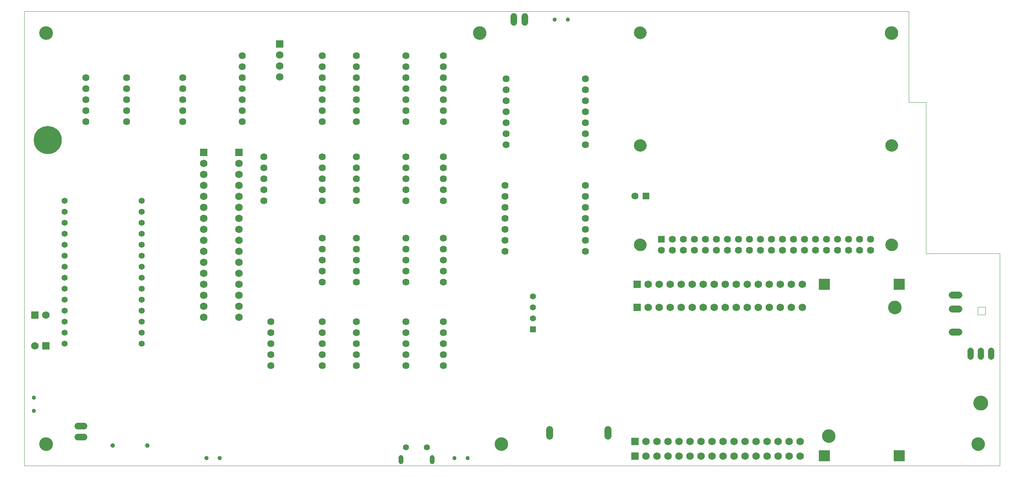
<source format=gbs>
G75*
%MOIN*%
%OFA0B0*%
%FSLAX25Y25*%
%IPPOS*%
%LPD*%
%AMOC8*
5,1,8,0,0,1.08239X$1,22.5*
%
%ADD10C,0.00000*%
%ADD11C,0.25400*%
%ADD12C,0.06400*%
%ADD13C,0.00100*%
%ADD14C,0.03943*%
%ADD15R,0.06900X0.06900*%
%ADD16C,0.06900*%
%ADD17C,0.11227*%
%ADD18R,0.06400X0.06400*%
%ADD19C,0.06400*%
%ADD20C,0.05600*%
%ADD21C,0.13400*%
%ADD22C,0.05550*%
%ADD23C,0.04400*%
%ADD24R,0.05550X0.05550*%
%ADD25R,0.10243X0.10243*%
%ADD26C,0.12211*%
%ADD27C,0.03600*%
%ADD28C,0.06000*%
D10*
X0010114Y0013500D02*
X0010114Y0426886D01*
X0813264Y0426886D01*
X0813264Y0344209D01*
X0829012Y0344209D01*
X0829012Y0206413D01*
X0895941Y0206413D01*
X0895941Y0013500D01*
X0010114Y0013500D01*
X0023893Y0033185D02*
X0023895Y0033338D01*
X0023901Y0033492D01*
X0023911Y0033645D01*
X0023925Y0033797D01*
X0023943Y0033950D01*
X0023965Y0034101D01*
X0023990Y0034252D01*
X0024020Y0034403D01*
X0024054Y0034553D01*
X0024091Y0034701D01*
X0024132Y0034849D01*
X0024177Y0034995D01*
X0024226Y0035141D01*
X0024279Y0035285D01*
X0024335Y0035427D01*
X0024395Y0035568D01*
X0024459Y0035708D01*
X0024526Y0035846D01*
X0024597Y0035982D01*
X0024672Y0036116D01*
X0024749Y0036248D01*
X0024831Y0036378D01*
X0024915Y0036506D01*
X0025003Y0036632D01*
X0025094Y0036755D01*
X0025188Y0036876D01*
X0025286Y0036994D01*
X0025386Y0037110D01*
X0025490Y0037223D01*
X0025596Y0037334D01*
X0025705Y0037442D01*
X0025817Y0037547D01*
X0025931Y0037648D01*
X0026049Y0037747D01*
X0026168Y0037843D01*
X0026290Y0037936D01*
X0026415Y0038025D01*
X0026542Y0038112D01*
X0026671Y0038194D01*
X0026802Y0038274D01*
X0026935Y0038350D01*
X0027070Y0038423D01*
X0027207Y0038492D01*
X0027346Y0038557D01*
X0027486Y0038619D01*
X0027628Y0038677D01*
X0027771Y0038732D01*
X0027916Y0038783D01*
X0028062Y0038830D01*
X0028209Y0038873D01*
X0028357Y0038912D01*
X0028506Y0038948D01*
X0028656Y0038979D01*
X0028807Y0039007D01*
X0028958Y0039031D01*
X0029111Y0039051D01*
X0029263Y0039067D01*
X0029416Y0039079D01*
X0029569Y0039087D01*
X0029722Y0039091D01*
X0029876Y0039091D01*
X0030029Y0039087D01*
X0030182Y0039079D01*
X0030335Y0039067D01*
X0030487Y0039051D01*
X0030640Y0039031D01*
X0030791Y0039007D01*
X0030942Y0038979D01*
X0031092Y0038948D01*
X0031241Y0038912D01*
X0031389Y0038873D01*
X0031536Y0038830D01*
X0031682Y0038783D01*
X0031827Y0038732D01*
X0031970Y0038677D01*
X0032112Y0038619D01*
X0032252Y0038557D01*
X0032391Y0038492D01*
X0032528Y0038423D01*
X0032663Y0038350D01*
X0032796Y0038274D01*
X0032927Y0038194D01*
X0033056Y0038112D01*
X0033183Y0038025D01*
X0033308Y0037936D01*
X0033430Y0037843D01*
X0033549Y0037747D01*
X0033667Y0037648D01*
X0033781Y0037547D01*
X0033893Y0037442D01*
X0034002Y0037334D01*
X0034108Y0037223D01*
X0034212Y0037110D01*
X0034312Y0036994D01*
X0034410Y0036876D01*
X0034504Y0036755D01*
X0034595Y0036632D01*
X0034683Y0036506D01*
X0034767Y0036378D01*
X0034849Y0036248D01*
X0034926Y0036116D01*
X0035001Y0035982D01*
X0035072Y0035846D01*
X0035139Y0035708D01*
X0035203Y0035568D01*
X0035263Y0035427D01*
X0035319Y0035285D01*
X0035372Y0035141D01*
X0035421Y0034995D01*
X0035466Y0034849D01*
X0035507Y0034701D01*
X0035544Y0034553D01*
X0035578Y0034403D01*
X0035608Y0034252D01*
X0035633Y0034101D01*
X0035655Y0033950D01*
X0035673Y0033797D01*
X0035687Y0033645D01*
X0035697Y0033492D01*
X0035703Y0033338D01*
X0035705Y0033185D01*
X0035703Y0033032D01*
X0035697Y0032878D01*
X0035687Y0032725D01*
X0035673Y0032573D01*
X0035655Y0032420D01*
X0035633Y0032269D01*
X0035608Y0032118D01*
X0035578Y0031967D01*
X0035544Y0031817D01*
X0035507Y0031669D01*
X0035466Y0031521D01*
X0035421Y0031375D01*
X0035372Y0031229D01*
X0035319Y0031085D01*
X0035263Y0030943D01*
X0035203Y0030802D01*
X0035139Y0030662D01*
X0035072Y0030524D01*
X0035001Y0030388D01*
X0034926Y0030254D01*
X0034849Y0030122D01*
X0034767Y0029992D01*
X0034683Y0029864D01*
X0034595Y0029738D01*
X0034504Y0029615D01*
X0034410Y0029494D01*
X0034312Y0029376D01*
X0034212Y0029260D01*
X0034108Y0029147D01*
X0034002Y0029036D01*
X0033893Y0028928D01*
X0033781Y0028823D01*
X0033667Y0028722D01*
X0033549Y0028623D01*
X0033430Y0028527D01*
X0033308Y0028434D01*
X0033183Y0028345D01*
X0033056Y0028258D01*
X0032927Y0028176D01*
X0032796Y0028096D01*
X0032663Y0028020D01*
X0032528Y0027947D01*
X0032391Y0027878D01*
X0032252Y0027813D01*
X0032112Y0027751D01*
X0031970Y0027693D01*
X0031827Y0027638D01*
X0031682Y0027587D01*
X0031536Y0027540D01*
X0031389Y0027497D01*
X0031241Y0027458D01*
X0031092Y0027422D01*
X0030942Y0027391D01*
X0030791Y0027363D01*
X0030640Y0027339D01*
X0030487Y0027319D01*
X0030335Y0027303D01*
X0030182Y0027291D01*
X0030029Y0027283D01*
X0029876Y0027279D01*
X0029722Y0027279D01*
X0029569Y0027283D01*
X0029416Y0027291D01*
X0029263Y0027303D01*
X0029111Y0027319D01*
X0028958Y0027339D01*
X0028807Y0027363D01*
X0028656Y0027391D01*
X0028506Y0027422D01*
X0028357Y0027458D01*
X0028209Y0027497D01*
X0028062Y0027540D01*
X0027916Y0027587D01*
X0027771Y0027638D01*
X0027628Y0027693D01*
X0027486Y0027751D01*
X0027346Y0027813D01*
X0027207Y0027878D01*
X0027070Y0027947D01*
X0026935Y0028020D01*
X0026802Y0028096D01*
X0026671Y0028176D01*
X0026542Y0028258D01*
X0026415Y0028345D01*
X0026290Y0028434D01*
X0026168Y0028527D01*
X0026049Y0028623D01*
X0025931Y0028722D01*
X0025817Y0028823D01*
X0025705Y0028928D01*
X0025596Y0029036D01*
X0025490Y0029147D01*
X0025386Y0029260D01*
X0025286Y0029376D01*
X0025188Y0029494D01*
X0025094Y0029615D01*
X0025003Y0029738D01*
X0024915Y0029864D01*
X0024831Y0029992D01*
X0024749Y0030122D01*
X0024672Y0030254D01*
X0024597Y0030388D01*
X0024526Y0030524D01*
X0024459Y0030662D01*
X0024395Y0030802D01*
X0024335Y0030943D01*
X0024279Y0031085D01*
X0024226Y0031229D01*
X0024177Y0031375D01*
X0024132Y0031521D01*
X0024091Y0031669D01*
X0024054Y0031817D01*
X0024020Y0031967D01*
X0023990Y0032118D01*
X0023965Y0032269D01*
X0023943Y0032420D01*
X0023925Y0032573D01*
X0023911Y0032725D01*
X0023901Y0032878D01*
X0023895Y0033032D01*
X0023893Y0033185D01*
X0016939Y0063500D02*
X0016941Y0063580D01*
X0016947Y0063659D01*
X0016957Y0063738D01*
X0016971Y0063817D01*
X0016988Y0063895D01*
X0017010Y0063972D01*
X0017035Y0064047D01*
X0017065Y0064121D01*
X0017097Y0064194D01*
X0017134Y0064265D01*
X0017174Y0064334D01*
X0017217Y0064401D01*
X0017264Y0064466D01*
X0017313Y0064528D01*
X0017366Y0064588D01*
X0017422Y0064645D01*
X0017480Y0064700D01*
X0017541Y0064751D01*
X0017605Y0064799D01*
X0017671Y0064844D01*
X0017739Y0064886D01*
X0017809Y0064924D01*
X0017881Y0064958D01*
X0017954Y0064989D01*
X0018029Y0065017D01*
X0018106Y0065040D01*
X0018183Y0065060D01*
X0018261Y0065076D01*
X0018340Y0065088D01*
X0018419Y0065096D01*
X0018499Y0065100D01*
X0018579Y0065100D01*
X0018659Y0065096D01*
X0018738Y0065088D01*
X0018817Y0065076D01*
X0018895Y0065060D01*
X0018972Y0065040D01*
X0019049Y0065017D01*
X0019124Y0064989D01*
X0019197Y0064958D01*
X0019269Y0064924D01*
X0019339Y0064886D01*
X0019407Y0064844D01*
X0019473Y0064799D01*
X0019537Y0064751D01*
X0019598Y0064700D01*
X0019656Y0064645D01*
X0019712Y0064588D01*
X0019765Y0064528D01*
X0019814Y0064466D01*
X0019861Y0064401D01*
X0019904Y0064334D01*
X0019944Y0064265D01*
X0019981Y0064194D01*
X0020013Y0064121D01*
X0020043Y0064047D01*
X0020068Y0063972D01*
X0020090Y0063895D01*
X0020107Y0063817D01*
X0020121Y0063738D01*
X0020131Y0063659D01*
X0020137Y0063580D01*
X0020139Y0063500D01*
X0020137Y0063420D01*
X0020131Y0063341D01*
X0020121Y0063262D01*
X0020107Y0063183D01*
X0020090Y0063105D01*
X0020068Y0063028D01*
X0020043Y0062953D01*
X0020013Y0062879D01*
X0019981Y0062806D01*
X0019944Y0062735D01*
X0019904Y0062666D01*
X0019861Y0062599D01*
X0019814Y0062534D01*
X0019765Y0062472D01*
X0019712Y0062412D01*
X0019656Y0062355D01*
X0019598Y0062300D01*
X0019537Y0062249D01*
X0019473Y0062201D01*
X0019407Y0062156D01*
X0019339Y0062114D01*
X0019269Y0062076D01*
X0019197Y0062042D01*
X0019124Y0062011D01*
X0019049Y0061983D01*
X0018972Y0061960D01*
X0018895Y0061940D01*
X0018817Y0061924D01*
X0018738Y0061912D01*
X0018659Y0061904D01*
X0018579Y0061900D01*
X0018499Y0061900D01*
X0018419Y0061904D01*
X0018340Y0061912D01*
X0018261Y0061924D01*
X0018183Y0061940D01*
X0018106Y0061960D01*
X0018029Y0061983D01*
X0017954Y0062011D01*
X0017881Y0062042D01*
X0017809Y0062076D01*
X0017739Y0062114D01*
X0017671Y0062156D01*
X0017605Y0062201D01*
X0017541Y0062249D01*
X0017480Y0062300D01*
X0017422Y0062355D01*
X0017366Y0062412D01*
X0017313Y0062472D01*
X0017264Y0062534D01*
X0017217Y0062599D01*
X0017174Y0062666D01*
X0017134Y0062735D01*
X0017097Y0062806D01*
X0017065Y0062879D01*
X0017035Y0062953D01*
X0017010Y0063028D01*
X0016988Y0063105D01*
X0016971Y0063183D01*
X0016957Y0063262D01*
X0016947Y0063341D01*
X0016941Y0063420D01*
X0016939Y0063500D01*
X0016939Y0075500D02*
X0016941Y0075580D01*
X0016947Y0075659D01*
X0016957Y0075738D01*
X0016971Y0075817D01*
X0016988Y0075895D01*
X0017010Y0075972D01*
X0017035Y0076047D01*
X0017065Y0076121D01*
X0017097Y0076194D01*
X0017134Y0076265D01*
X0017174Y0076334D01*
X0017217Y0076401D01*
X0017264Y0076466D01*
X0017313Y0076528D01*
X0017366Y0076588D01*
X0017422Y0076645D01*
X0017480Y0076700D01*
X0017541Y0076751D01*
X0017605Y0076799D01*
X0017671Y0076844D01*
X0017739Y0076886D01*
X0017809Y0076924D01*
X0017881Y0076958D01*
X0017954Y0076989D01*
X0018029Y0077017D01*
X0018106Y0077040D01*
X0018183Y0077060D01*
X0018261Y0077076D01*
X0018340Y0077088D01*
X0018419Y0077096D01*
X0018499Y0077100D01*
X0018579Y0077100D01*
X0018659Y0077096D01*
X0018738Y0077088D01*
X0018817Y0077076D01*
X0018895Y0077060D01*
X0018972Y0077040D01*
X0019049Y0077017D01*
X0019124Y0076989D01*
X0019197Y0076958D01*
X0019269Y0076924D01*
X0019339Y0076886D01*
X0019407Y0076844D01*
X0019473Y0076799D01*
X0019537Y0076751D01*
X0019598Y0076700D01*
X0019656Y0076645D01*
X0019712Y0076588D01*
X0019765Y0076528D01*
X0019814Y0076466D01*
X0019861Y0076401D01*
X0019904Y0076334D01*
X0019944Y0076265D01*
X0019981Y0076194D01*
X0020013Y0076121D01*
X0020043Y0076047D01*
X0020068Y0075972D01*
X0020090Y0075895D01*
X0020107Y0075817D01*
X0020121Y0075738D01*
X0020131Y0075659D01*
X0020137Y0075580D01*
X0020139Y0075500D01*
X0020137Y0075420D01*
X0020131Y0075341D01*
X0020121Y0075262D01*
X0020107Y0075183D01*
X0020090Y0075105D01*
X0020068Y0075028D01*
X0020043Y0074953D01*
X0020013Y0074879D01*
X0019981Y0074806D01*
X0019944Y0074735D01*
X0019904Y0074666D01*
X0019861Y0074599D01*
X0019814Y0074534D01*
X0019765Y0074472D01*
X0019712Y0074412D01*
X0019656Y0074355D01*
X0019598Y0074300D01*
X0019537Y0074249D01*
X0019473Y0074201D01*
X0019407Y0074156D01*
X0019339Y0074114D01*
X0019269Y0074076D01*
X0019197Y0074042D01*
X0019124Y0074011D01*
X0019049Y0073983D01*
X0018972Y0073960D01*
X0018895Y0073940D01*
X0018817Y0073924D01*
X0018738Y0073912D01*
X0018659Y0073904D01*
X0018579Y0073900D01*
X0018499Y0073900D01*
X0018419Y0073904D01*
X0018340Y0073912D01*
X0018261Y0073924D01*
X0018183Y0073940D01*
X0018106Y0073960D01*
X0018029Y0073983D01*
X0017954Y0074011D01*
X0017881Y0074042D01*
X0017809Y0074076D01*
X0017739Y0074114D01*
X0017671Y0074156D01*
X0017605Y0074201D01*
X0017541Y0074249D01*
X0017480Y0074300D01*
X0017422Y0074355D01*
X0017366Y0074412D01*
X0017313Y0074472D01*
X0017264Y0074534D01*
X0017217Y0074599D01*
X0017174Y0074666D01*
X0017134Y0074735D01*
X0017097Y0074806D01*
X0017065Y0074879D01*
X0017035Y0074953D01*
X0017010Y0075028D01*
X0016988Y0075105D01*
X0016971Y0075183D01*
X0016957Y0075262D01*
X0016947Y0075341D01*
X0016941Y0075420D01*
X0016939Y0075500D01*
X0088374Y0031972D02*
X0088376Y0032056D01*
X0088382Y0032139D01*
X0088392Y0032222D01*
X0088406Y0032305D01*
X0088423Y0032387D01*
X0088445Y0032468D01*
X0088470Y0032547D01*
X0088499Y0032626D01*
X0088532Y0032703D01*
X0088568Y0032778D01*
X0088608Y0032852D01*
X0088651Y0032924D01*
X0088698Y0032993D01*
X0088748Y0033060D01*
X0088801Y0033125D01*
X0088857Y0033187D01*
X0088915Y0033247D01*
X0088977Y0033304D01*
X0089041Y0033357D01*
X0089108Y0033408D01*
X0089177Y0033455D01*
X0089248Y0033500D01*
X0089321Y0033540D01*
X0089396Y0033577D01*
X0089473Y0033611D01*
X0089551Y0033641D01*
X0089630Y0033667D01*
X0089711Y0033690D01*
X0089793Y0033708D01*
X0089875Y0033723D01*
X0089958Y0033734D01*
X0090041Y0033741D01*
X0090125Y0033744D01*
X0090209Y0033743D01*
X0090292Y0033738D01*
X0090376Y0033729D01*
X0090458Y0033716D01*
X0090540Y0033700D01*
X0090621Y0033679D01*
X0090702Y0033655D01*
X0090780Y0033627D01*
X0090858Y0033595D01*
X0090934Y0033559D01*
X0091008Y0033520D01*
X0091080Y0033478D01*
X0091150Y0033432D01*
X0091218Y0033383D01*
X0091283Y0033331D01*
X0091346Y0033276D01*
X0091406Y0033218D01*
X0091464Y0033157D01*
X0091518Y0033093D01*
X0091570Y0033027D01*
X0091618Y0032959D01*
X0091663Y0032888D01*
X0091704Y0032815D01*
X0091743Y0032741D01*
X0091777Y0032665D01*
X0091808Y0032587D01*
X0091835Y0032508D01*
X0091859Y0032427D01*
X0091878Y0032346D01*
X0091894Y0032264D01*
X0091906Y0032181D01*
X0091914Y0032097D01*
X0091918Y0032014D01*
X0091918Y0031930D01*
X0091914Y0031847D01*
X0091906Y0031763D01*
X0091894Y0031680D01*
X0091878Y0031598D01*
X0091859Y0031517D01*
X0091835Y0031436D01*
X0091808Y0031357D01*
X0091777Y0031279D01*
X0091743Y0031203D01*
X0091704Y0031129D01*
X0091663Y0031056D01*
X0091618Y0030985D01*
X0091570Y0030917D01*
X0091518Y0030851D01*
X0091464Y0030787D01*
X0091406Y0030726D01*
X0091346Y0030668D01*
X0091283Y0030613D01*
X0091218Y0030561D01*
X0091150Y0030512D01*
X0091080Y0030466D01*
X0091008Y0030424D01*
X0090934Y0030385D01*
X0090858Y0030349D01*
X0090780Y0030317D01*
X0090702Y0030289D01*
X0090621Y0030265D01*
X0090540Y0030244D01*
X0090458Y0030228D01*
X0090376Y0030215D01*
X0090292Y0030206D01*
X0090209Y0030201D01*
X0090125Y0030200D01*
X0090041Y0030203D01*
X0089958Y0030210D01*
X0089875Y0030221D01*
X0089793Y0030236D01*
X0089711Y0030254D01*
X0089630Y0030277D01*
X0089551Y0030303D01*
X0089473Y0030333D01*
X0089396Y0030367D01*
X0089321Y0030404D01*
X0089248Y0030444D01*
X0089177Y0030489D01*
X0089108Y0030536D01*
X0089041Y0030587D01*
X0088977Y0030640D01*
X0088915Y0030697D01*
X0088857Y0030757D01*
X0088801Y0030819D01*
X0088748Y0030884D01*
X0088698Y0030951D01*
X0088651Y0031020D01*
X0088608Y0031092D01*
X0088568Y0031166D01*
X0088532Y0031241D01*
X0088499Y0031318D01*
X0088470Y0031397D01*
X0088445Y0031476D01*
X0088423Y0031557D01*
X0088406Y0031639D01*
X0088392Y0031722D01*
X0088382Y0031805D01*
X0088376Y0031888D01*
X0088374Y0031972D01*
X0119870Y0031972D02*
X0119872Y0032056D01*
X0119878Y0032139D01*
X0119888Y0032222D01*
X0119902Y0032305D01*
X0119919Y0032387D01*
X0119941Y0032468D01*
X0119966Y0032547D01*
X0119995Y0032626D01*
X0120028Y0032703D01*
X0120064Y0032778D01*
X0120104Y0032852D01*
X0120147Y0032924D01*
X0120194Y0032993D01*
X0120244Y0033060D01*
X0120297Y0033125D01*
X0120353Y0033187D01*
X0120411Y0033247D01*
X0120473Y0033304D01*
X0120537Y0033357D01*
X0120604Y0033408D01*
X0120673Y0033455D01*
X0120744Y0033500D01*
X0120817Y0033540D01*
X0120892Y0033577D01*
X0120969Y0033611D01*
X0121047Y0033641D01*
X0121126Y0033667D01*
X0121207Y0033690D01*
X0121289Y0033708D01*
X0121371Y0033723D01*
X0121454Y0033734D01*
X0121537Y0033741D01*
X0121621Y0033744D01*
X0121705Y0033743D01*
X0121788Y0033738D01*
X0121872Y0033729D01*
X0121954Y0033716D01*
X0122036Y0033700D01*
X0122117Y0033679D01*
X0122198Y0033655D01*
X0122276Y0033627D01*
X0122354Y0033595D01*
X0122430Y0033559D01*
X0122504Y0033520D01*
X0122576Y0033478D01*
X0122646Y0033432D01*
X0122714Y0033383D01*
X0122779Y0033331D01*
X0122842Y0033276D01*
X0122902Y0033218D01*
X0122960Y0033157D01*
X0123014Y0033093D01*
X0123066Y0033027D01*
X0123114Y0032959D01*
X0123159Y0032888D01*
X0123200Y0032815D01*
X0123239Y0032741D01*
X0123273Y0032665D01*
X0123304Y0032587D01*
X0123331Y0032508D01*
X0123355Y0032427D01*
X0123374Y0032346D01*
X0123390Y0032264D01*
X0123402Y0032181D01*
X0123410Y0032097D01*
X0123414Y0032014D01*
X0123414Y0031930D01*
X0123410Y0031847D01*
X0123402Y0031763D01*
X0123390Y0031680D01*
X0123374Y0031598D01*
X0123355Y0031517D01*
X0123331Y0031436D01*
X0123304Y0031357D01*
X0123273Y0031279D01*
X0123239Y0031203D01*
X0123200Y0031129D01*
X0123159Y0031056D01*
X0123114Y0030985D01*
X0123066Y0030917D01*
X0123014Y0030851D01*
X0122960Y0030787D01*
X0122902Y0030726D01*
X0122842Y0030668D01*
X0122779Y0030613D01*
X0122714Y0030561D01*
X0122646Y0030512D01*
X0122576Y0030466D01*
X0122504Y0030424D01*
X0122430Y0030385D01*
X0122354Y0030349D01*
X0122276Y0030317D01*
X0122198Y0030289D01*
X0122117Y0030265D01*
X0122036Y0030244D01*
X0121954Y0030228D01*
X0121872Y0030215D01*
X0121788Y0030206D01*
X0121705Y0030201D01*
X0121621Y0030200D01*
X0121537Y0030203D01*
X0121454Y0030210D01*
X0121371Y0030221D01*
X0121289Y0030236D01*
X0121207Y0030254D01*
X0121126Y0030277D01*
X0121047Y0030303D01*
X0120969Y0030333D01*
X0120892Y0030367D01*
X0120817Y0030404D01*
X0120744Y0030444D01*
X0120673Y0030489D01*
X0120604Y0030536D01*
X0120537Y0030587D01*
X0120473Y0030640D01*
X0120411Y0030697D01*
X0120353Y0030757D01*
X0120297Y0030819D01*
X0120244Y0030884D01*
X0120194Y0030951D01*
X0120147Y0031020D01*
X0120104Y0031092D01*
X0120064Y0031166D01*
X0120028Y0031241D01*
X0119995Y0031318D01*
X0119966Y0031397D01*
X0119941Y0031476D01*
X0119919Y0031557D01*
X0119902Y0031639D01*
X0119888Y0031722D01*
X0119878Y0031805D01*
X0119872Y0031888D01*
X0119870Y0031972D01*
X0173839Y0020500D02*
X0173841Y0020580D01*
X0173847Y0020659D01*
X0173857Y0020738D01*
X0173871Y0020817D01*
X0173888Y0020895D01*
X0173910Y0020972D01*
X0173935Y0021047D01*
X0173965Y0021121D01*
X0173997Y0021194D01*
X0174034Y0021265D01*
X0174074Y0021334D01*
X0174117Y0021401D01*
X0174164Y0021466D01*
X0174213Y0021528D01*
X0174266Y0021588D01*
X0174322Y0021645D01*
X0174380Y0021700D01*
X0174441Y0021751D01*
X0174505Y0021799D01*
X0174571Y0021844D01*
X0174639Y0021886D01*
X0174709Y0021924D01*
X0174781Y0021958D01*
X0174854Y0021989D01*
X0174929Y0022017D01*
X0175006Y0022040D01*
X0175083Y0022060D01*
X0175161Y0022076D01*
X0175240Y0022088D01*
X0175319Y0022096D01*
X0175399Y0022100D01*
X0175479Y0022100D01*
X0175559Y0022096D01*
X0175638Y0022088D01*
X0175717Y0022076D01*
X0175795Y0022060D01*
X0175872Y0022040D01*
X0175949Y0022017D01*
X0176024Y0021989D01*
X0176097Y0021958D01*
X0176169Y0021924D01*
X0176239Y0021886D01*
X0176307Y0021844D01*
X0176373Y0021799D01*
X0176437Y0021751D01*
X0176498Y0021700D01*
X0176556Y0021645D01*
X0176612Y0021588D01*
X0176665Y0021528D01*
X0176714Y0021466D01*
X0176761Y0021401D01*
X0176804Y0021334D01*
X0176844Y0021265D01*
X0176881Y0021194D01*
X0176913Y0021121D01*
X0176943Y0021047D01*
X0176968Y0020972D01*
X0176990Y0020895D01*
X0177007Y0020817D01*
X0177021Y0020738D01*
X0177031Y0020659D01*
X0177037Y0020580D01*
X0177039Y0020500D01*
X0177037Y0020420D01*
X0177031Y0020341D01*
X0177021Y0020262D01*
X0177007Y0020183D01*
X0176990Y0020105D01*
X0176968Y0020028D01*
X0176943Y0019953D01*
X0176913Y0019879D01*
X0176881Y0019806D01*
X0176844Y0019735D01*
X0176804Y0019666D01*
X0176761Y0019599D01*
X0176714Y0019534D01*
X0176665Y0019472D01*
X0176612Y0019412D01*
X0176556Y0019355D01*
X0176498Y0019300D01*
X0176437Y0019249D01*
X0176373Y0019201D01*
X0176307Y0019156D01*
X0176239Y0019114D01*
X0176169Y0019076D01*
X0176097Y0019042D01*
X0176024Y0019011D01*
X0175949Y0018983D01*
X0175872Y0018960D01*
X0175795Y0018940D01*
X0175717Y0018924D01*
X0175638Y0018912D01*
X0175559Y0018904D01*
X0175479Y0018900D01*
X0175399Y0018900D01*
X0175319Y0018904D01*
X0175240Y0018912D01*
X0175161Y0018924D01*
X0175083Y0018940D01*
X0175006Y0018960D01*
X0174929Y0018983D01*
X0174854Y0019011D01*
X0174781Y0019042D01*
X0174709Y0019076D01*
X0174639Y0019114D01*
X0174571Y0019156D01*
X0174505Y0019201D01*
X0174441Y0019249D01*
X0174380Y0019300D01*
X0174322Y0019355D01*
X0174266Y0019412D01*
X0174213Y0019472D01*
X0174164Y0019534D01*
X0174117Y0019599D01*
X0174074Y0019666D01*
X0174034Y0019735D01*
X0173997Y0019806D01*
X0173965Y0019879D01*
X0173935Y0019953D01*
X0173910Y0020028D01*
X0173888Y0020105D01*
X0173871Y0020183D01*
X0173857Y0020262D01*
X0173847Y0020341D01*
X0173841Y0020420D01*
X0173839Y0020500D01*
X0185839Y0020500D02*
X0185841Y0020580D01*
X0185847Y0020659D01*
X0185857Y0020738D01*
X0185871Y0020817D01*
X0185888Y0020895D01*
X0185910Y0020972D01*
X0185935Y0021047D01*
X0185965Y0021121D01*
X0185997Y0021194D01*
X0186034Y0021265D01*
X0186074Y0021334D01*
X0186117Y0021401D01*
X0186164Y0021466D01*
X0186213Y0021528D01*
X0186266Y0021588D01*
X0186322Y0021645D01*
X0186380Y0021700D01*
X0186441Y0021751D01*
X0186505Y0021799D01*
X0186571Y0021844D01*
X0186639Y0021886D01*
X0186709Y0021924D01*
X0186781Y0021958D01*
X0186854Y0021989D01*
X0186929Y0022017D01*
X0187006Y0022040D01*
X0187083Y0022060D01*
X0187161Y0022076D01*
X0187240Y0022088D01*
X0187319Y0022096D01*
X0187399Y0022100D01*
X0187479Y0022100D01*
X0187559Y0022096D01*
X0187638Y0022088D01*
X0187717Y0022076D01*
X0187795Y0022060D01*
X0187872Y0022040D01*
X0187949Y0022017D01*
X0188024Y0021989D01*
X0188097Y0021958D01*
X0188169Y0021924D01*
X0188239Y0021886D01*
X0188307Y0021844D01*
X0188373Y0021799D01*
X0188437Y0021751D01*
X0188498Y0021700D01*
X0188556Y0021645D01*
X0188612Y0021588D01*
X0188665Y0021528D01*
X0188714Y0021466D01*
X0188761Y0021401D01*
X0188804Y0021334D01*
X0188844Y0021265D01*
X0188881Y0021194D01*
X0188913Y0021121D01*
X0188943Y0021047D01*
X0188968Y0020972D01*
X0188990Y0020895D01*
X0189007Y0020817D01*
X0189021Y0020738D01*
X0189031Y0020659D01*
X0189037Y0020580D01*
X0189039Y0020500D01*
X0189037Y0020420D01*
X0189031Y0020341D01*
X0189021Y0020262D01*
X0189007Y0020183D01*
X0188990Y0020105D01*
X0188968Y0020028D01*
X0188943Y0019953D01*
X0188913Y0019879D01*
X0188881Y0019806D01*
X0188844Y0019735D01*
X0188804Y0019666D01*
X0188761Y0019599D01*
X0188714Y0019534D01*
X0188665Y0019472D01*
X0188612Y0019412D01*
X0188556Y0019355D01*
X0188498Y0019300D01*
X0188437Y0019249D01*
X0188373Y0019201D01*
X0188307Y0019156D01*
X0188239Y0019114D01*
X0188169Y0019076D01*
X0188097Y0019042D01*
X0188024Y0019011D01*
X0187949Y0018983D01*
X0187872Y0018960D01*
X0187795Y0018940D01*
X0187717Y0018924D01*
X0187638Y0018912D01*
X0187559Y0018904D01*
X0187479Y0018900D01*
X0187399Y0018900D01*
X0187319Y0018904D01*
X0187240Y0018912D01*
X0187161Y0018924D01*
X0187083Y0018940D01*
X0187006Y0018960D01*
X0186929Y0018983D01*
X0186854Y0019011D01*
X0186781Y0019042D01*
X0186709Y0019076D01*
X0186639Y0019114D01*
X0186571Y0019156D01*
X0186505Y0019201D01*
X0186441Y0019249D01*
X0186380Y0019300D01*
X0186322Y0019355D01*
X0186266Y0019412D01*
X0186213Y0019472D01*
X0186164Y0019534D01*
X0186117Y0019599D01*
X0186074Y0019666D01*
X0186034Y0019735D01*
X0185997Y0019806D01*
X0185965Y0019879D01*
X0185935Y0019953D01*
X0185910Y0020028D01*
X0185888Y0020105D01*
X0185871Y0020183D01*
X0185857Y0020262D01*
X0185847Y0020341D01*
X0185841Y0020420D01*
X0185839Y0020500D01*
X0398939Y0020500D02*
X0398941Y0020580D01*
X0398947Y0020659D01*
X0398957Y0020738D01*
X0398971Y0020817D01*
X0398988Y0020895D01*
X0399010Y0020972D01*
X0399035Y0021047D01*
X0399065Y0021121D01*
X0399097Y0021194D01*
X0399134Y0021265D01*
X0399174Y0021334D01*
X0399217Y0021401D01*
X0399264Y0021466D01*
X0399313Y0021528D01*
X0399366Y0021588D01*
X0399422Y0021645D01*
X0399480Y0021700D01*
X0399541Y0021751D01*
X0399605Y0021799D01*
X0399671Y0021844D01*
X0399739Y0021886D01*
X0399809Y0021924D01*
X0399881Y0021958D01*
X0399954Y0021989D01*
X0400029Y0022017D01*
X0400106Y0022040D01*
X0400183Y0022060D01*
X0400261Y0022076D01*
X0400340Y0022088D01*
X0400419Y0022096D01*
X0400499Y0022100D01*
X0400579Y0022100D01*
X0400659Y0022096D01*
X0400738Y0022088D01*
X0400817Y0022076D01*
X0400895Y0022060D01*
X0400972Y0022040D01*
X0401049Y0022017D01*
X0401124Y0021989D01*
X0401197Y0021958D01*
X0401269Y0021924D01*
X0401339Y0021886D01*
X0401407Y0021844D01*
X0401473Y0021799D01*
X0401537Y0021751D01*
X0401598Y0021700D01*
X0401656Y0021645D01*
X0401712Y0021588D01*
X0401765Y0021528D01*
X0401814Y0021466D01*
X0401861Y0021401D01*
X0401904Y0021334D01*
X0401944Y0021265D01*
X0401981Y0021194D01*
X0402013Y0021121D01*
X0402043Y0021047D01*
X0402068Y0020972D01*
X0402090Y0020895D01*
X0402107Y0020817D01*
X0402121Y0020738D01*
X0402131Y0020659D01*
X0402137Y0020580D01*
X0402139Y0020500D01*
X0402137Y0020420D01*
X0402131Y0020341D01*
X0402121Y0020262D01*
X0402107Y0020183D01*
X0402090Y0020105D01*
X0402068Y0020028D01*
X0402043Y0019953D01*
X0402013Y0019879D01*
X0401981Y0019806D01*
X0401944Y0019735D01*
X0401904Y0019666D01*
X0401861Y0019599D01*
X0401814Y0019534D01*
X0401765Y0019472D01*
X0401712Y0019412D01*
X0401656Y0019355D01*
X0401598Y0019300D01*
X0401537Y0019249D01*
X0401473Y0019201D01*
X0401407Y0019156D01*
X0401339Y0019114D01*
X0401269Y0019076D01*
X0401197Y0019042D01*
X0401124Y0019011D01*
X0401049Y0018983D01*
X0400972Y0018960D01*
X0400895Y0018940D01*
X0400817Y0018924D01*
X0400738Y0018912D01*
X0400659Y0018904D01*
X0400579Y0018900D01*
X0400499Y0018900D01*
X0400419Y0018904D01*
X0400340Y0018912D01*
X0400261Y0018924D01*
X0400183Y0018940D01*
X0400106Y0018960D01*
X0400029Y0018983D01*
X0399954Y0019011D01*
X0399881Y0019042D01*
X0399809Y0019076D01*
X0399739Y0019114D01*
X0399671Y0019156D01*
X0399605Y0019201D01*
X0399541Y0019249D01*
X0399480Y0019300D01*
X0399422Y0019355D01*
X0399366Y0019412D01*
X0399313Y0019472D01*
X0399264Y0019534D01*
X0399217Y0019599D01*
X0399174Y0019666D01*
X0399134Y0019735D01*
X0399097Y0019806D01*
X0399065Y0019879D01*
X0399035Y0019953D01*
X0399010Y0020028D01*
X0398988Y0020105D01*
X0398971Y0020183D01*
X0398957Y0020262D01*
X0398947Y0020341D01*
X0398941Y0020420D01*
X0398939Y0020500D01*
X0410939Y0020500D02*
X0410941Y0020580D01*
X0410947Y0020659D01*
X0410957Y0020738D01*
X0410971Y0020817D01*
X0410988Y0020895D01*
X0411010Y0020972D01*
X0411035Y0021047D01*
X0411065Y0021121D01*
X0411097Y0021194D01*
X0411134Y0021265D01*
X0411174Y0021334D01*
X0411217Y0021401D01*
X0411264Y0021466D01*
X0411313Y0021528D01*
X0411366Y0021588D01*
X0411422Y0021645D01*
X0411480Y0021700D01*
X0411541Y0021751D01*
X0411605Y0021799D01*
X0411671Y0021844D01*
X0411739Y0021886D01*
X0411809Y0021924D01*
X0411881Y0021958D01*
X0411954Y0021989D01*
X0412029Y0022017D01*
X0412106Y0022040D01*
X0412183Y0022060D01*
X0412261Y0022076D01*
X0412340Y0022088D01*
X0412419Y0022096D01*
X0412499Y0022100D01*
X0412579Y0022100D01*
X0412659Y0022096D01*
X0412738Y0022088D01*
X0412817Y0022076D01*
X0412895Y0022060D01*
X0412972Y0022040D01*
X0413049Y0022017D01*
X0413124Y0021989D01*
X0413197Y0021958D01*
X0413269Y0021924D01*
X0413339Y0021886D01*
X0413407Y0021844D01*
X0413473Y0021799D01*
X0413537Y0021751D01*
X0413598Y0021700D01*
X0413656Y0021645D01*
X0413712Y0021588D01*
X0413765Y0021528D01*
X0413814Y0021466D01*
X0413861Y0021401D01*
X0413904Y0021334D01*
X0413944Y0021265D01*
X0413981Y0021194D01*
X0414013Y0021121D01*
X0414043Y0021047D01*
X0414068Y0020972D01*
X0414090Y0020895D01*
X0414107Y0020817D01*
X0414121Y0020738D01*
X0414131Y0020659D01*
X0414137Y0020580D01*
X0414139Y0020500D01*
X0414137Y0020420D01*
X0414131Y0020341D01*
X0414121Y0020262D01*
X0414107Y0020183D01*
X0414090Y0020105D01*
X0414068Y0020028D01*
X0414043Y0019953D01*
X0414013Y0019879D01*
X0413981Y0019806D01*
X0413944Y0019735D01*
X0413904Y0019666D01*
X0413861Y0019599D01*
X0413814Y0019534D01*
X0413765Y0019472D01*
X0413712Y0019412D01*
X0413656Y0019355D01*
X0413598Y0019300D01*
X0413537Y0019249D01*
X0413473Y0019201D01*
X0413407Y0019156D01*
X0413339Y0019114D01*
X0413269Y0019076D01*
X0413197Y0019042D01*
X0413124Y0019011D01*
X0413049Y0018983D01*
X0412972Y0018960D01*
X0412895Y0018940D01*
X0412817Y0018924D01*
X0412738Y0018912D01*
X0412659Y0018904D01*
X0412579Y0018900D01*
X0412499Y0018900D01*
X0412419Y0018904D01*
X0412340Y0018912D01*
X0412261Y0018924D01*
X0412183Y0018940D01*
X0412106Y0018960D01*
X0412029Y0018983D01*
X0411954Y0019011D01*
X0411881Y0019042D01*
X0411809Y0019076D01*
X0411739Y0019114D01*
X0411671Y0019156D01*
X0411605Y0019201D01*
X0411541Y0019249D01*
X0411480Y0019300D01*
X0411422Y0019355D01*
X0411366Y0019412D01*
X0411313Y0019472D01*
X0411264Y0019534D01*
X0411217Y0019599D01*
X0411174Y0019666D01*
X0411134Y0019735D01*
X0411097Y0019806D01*
X0411065Y0019879D01*
X0411035Y0019953D01*
X0411010Y0020028D01*
X0410988Y0020105D01*
X0410971Y0020183D01*
X0410957Y0020262D01*
X0410947Y0020341D01*
X0410941Y0020420D01*
X0410939Y0020500D01*
X0437279Y0033185D02*
X0437281Y0033338D01*
X0437287Y0033492D01*
X0437297Y0033645D01*
X0437311Y0033797D01*
X0437329Y0033950D01*
X0437351Y0034101D01*
X0437376Y0034252D01*
X0437406Y0034403D01*
X0437440Y0034553D01*
X0437477Y0034701D01*
X0437518Y0034849D01*
X0437563Y0034995D01*
X0437612Y0035141D01*
X0437665Y0035285D01*
X0437721Y0035427D01*
X0437781Y0035568D01*
X0437845Y0035708D01*
X0437912Y0035846D01*
X0437983Y0035982D01*
X0438058Y0036116D01*
X0438135Y0036248D01*
X0438217Y0036378D01*
X0438301Y0036506D01*
X0438389Y0036632D01*
X0438480Y0036755D01*
X0438574Y0036876D01*
X0438672Y0036994D01*
X0438772Y0037110D01*
X0438876Y0037223D01*
X0438982Y0037334D01*
X0439091Y0037442D01*
X0439203Y0037547D01*
X0439317Y0037648D01*
X0439435Y0037747D01*
X0439554Y0037843D01*
X0439676Y0037936D01*
X0439801Y0038025D01*
X0439928Y0038112D01*
X0440057Y0038194D01*
X0440188Y0038274D01*
X0440321Y0038350D01*
X0440456Y0038423D01*
X0440593Y0038492D01*
X0440732Y0038557D01*
X0440872Y0038619D01*
X0441014Y0038677D01*
X0441157Y0038732D01*
X0441302Y0038783D01*
X0441448Y0038830D01*
X0441595Y0038873D01*
X0441743Y0038912D01*
X0441892Y0038948D01*
X0442042Y0038979D01*
X0442193Y0039007D01*
X0442344Y0039031D01*
X0442497Y0039051D01*
X0442649Y0039067D01*
X0442802Y0039079D01*
X0442955Y0039087D01*
X0443108Y0039091D01*
X0443262Y0039091D01*
X0443415Y0039087D01*
X0443568Y0039079D01*
X0443721Y0039067D01*
X0443873Y0039051D01*
X0444026Y0039031D01*
X0444177Y0039007D01*
X0444328Y0038979D01*
X0444478Y0038948D01*
X0444627Y0038912D01*
X0444775Y0038873D01*
X0444922Y0038830D01*
X0445068Y0038783D01*
X0445213Y0038732D01*
X0445356Y0038677D01*
X0445498Y0038619D01*
X0445638Y0038557D01*
X0445777Y0038492D01*
X0445914Y0038423D01*
X0446049Y0038350D01*
X0446182Y0038274D01*
X0446313Y0038194D01*
X0446442Y0038112D01*
X0446569Y0038025D01*
X0446694Y0037936D01*
X0446816Y0037843D01*
X0446935Y0037747D01*
X0447053Y0037648D01*
X0447167Y0037547D01*
X0447279Y0037442D01*
X0447388Y0037334D01*
X0447494Y0037223D01*
X0447598Y0037110D01*
X0447698Y0036994D01*
X0447796Y0036876D01*
X0447890Y0036755D01*
X0447981Y0036632D01*
X0448069Y0036506D01*
X0448153Y0036378D01*
X0448235Y0036248D01*
X0448312Y0036116D01*
X0448387Y0035982D01*
X0448458Y0035846D01*
X0448525Y0035708D01*
X0448589Y0035568D01*
X0448649Y0035427D01*
X0448705Y0035285D01*
X0448758Y0035141D01*
X0448807Y0034995D01*
X0448852Y0034849D01*
X0448893Y0034701D01*
X0448930Y0034553D01*
X0448964Y0034403D01*
X0448994Y0034252D01*
X0449019Y0034101D01*
X0449041Y0033950D01*
X0449059Y0033797D01*
X0449073Y0033645D01*
X0449083Y0033492D01*
X0449089Y0033338D01*
X0449091Y0033185D01*
X0449089Y0033032D01*
X0449083Y0032878D01*
X0449073Y0032725D01*
X0449059Y0032573D01*
X0449041Y0032420D01*
X0449019Y0032269D01*
X0448994Y0032118D01*
X0448964Y0031967D01*
X0448930Y0031817D01*
X0448893Y0031669D01*
X0448852Y0031521D01*
X0448807Y0031375D01*
X0448758Y0031229D01*
X0448705Y0031085D01*
X0448649Y0030943D01*
X0448589Y0030802D01*
X0448525Y0030662D01*
X0448458Y0030524D01*
X0448387Y0030388D01*
X0448312Y0030254D01*
X0448235Y0030122D01*
X0448153Y0029992D01*
X0448069Y0029864D01*
X0447981Y0029738D01*
X0447890Y0029615D01*
X0447796Y0029494D01*
X0447698Y0029376D01*
X0447598Y0029260D01*
X0447494Y0029147D01*
X0447388Y0029036D01*
X0447279Y0028928D01*
X0447167Y0028823D01*
X0447053Y0028722D01*
X0446935Y0028623D01*
X0446816Y0028527D01*
X0446694Y0028434D01*
X0446569Y0028345D01*
X0446442Y0028258D01*
X0446313Y0028176D01*
X0446182Y0028096D01*
X0446049Y0028020D01*
X0445914Y0027947D01*
X0445777Y0027878D01*
X0445638Y0027813D01*
X0445498Y0027751D01*
X0445356Y0027693D01*
X0445213Y0027638D01*
X0445068Y0027587D01*
X0444922Y0027540D01*
X0444775Y0027497D01*
X0444627Y0027458D01*
X0444478Y0027422D01*
X0444328Y0027391D01*
X0444177Y0027363D01*
X0444026Y0027339D01*
X0443873Y0027319D01*
X0443721Y0027303D01*
X0443568Y0027291D01*
X0443415Y0027283D01*
X0443262Y0027279D01*
X0443108Y0027279D01*
X0442955Y0027283D01*
X0442802Y0027291D01*
X0442649Y0027303D01*
X0442497Y0027319D01*
X0442344Y0027339D01*
X0442193Y0027363D01*
X0442042Y0027391D01*
X0441892Y0027422D01*
X0441743Y0027458D01*
X0441595Y0027497D01*
X0441448Y0027540D01*
X0441302Y0027587D01*
X0441157Y0027638D01*
X0441014Y0027693D01*
X0440872Y0027751D01*
X0440732Y0027813D01*
X0440593Y0027878D01*
X0440456Y0027947D01*
X0440321Y0028020D01*
X0440188Y0028096D01*
X0440057Y0028176D01*
X0439928Y0028258D01*
X0439801Y0028345D01*
X0439676Y0028434D01*
X0439554Y0028527D01*
X0439435Y0028623D01*
X0439317Y0028722D01*
X0439203Y0028823D01*
X0439091Y0028928D01*
X0438982Y0029036D01*
X0438876Y0029147D01*
X0438772Y0029260D01*
X0438672Y0029376D01*
X0438574Y0029494D01*
X0438480Y0029615D01*
X0438389Y0029738D01*
X0438301Y0029864D01*
X0438217Y0029992D01*
X0438135Y0030122D01*
X0438058Y0030254D01*
X0437983Y0030388D01*
X0437912Y0030524D01*
X0437845Y0030662D01*
X0437781Y0030802D01*
X0437721Y0030943D01*
X0437665Y0031085D01*
X0437612Y0031229D01*
X0437563Y0031375D01*
X0437518Y0031521D01*
X0437477Y0031669D01*
X0437440Y0031817D01*
X0437406Y0031967D01*
X0437376Y0032118D01*
X0437351Y0032269D01*
X0437329Y0032420D01*
X0437311Y0032573D01*
X0437297Y0032725D01*
X0437287Y0032878D01*
X0437281Y0033032D01*
X0437279Y0033185D01*
X0734633Y0040500D02*
X0734635Y0040653D01*
X0734641Y0040807D01*
X0734651Y0040960D01*
X0734665Y0041112D01*
X0734683Y0041265D01*
X0734705Y0041416D01*
X0734730Y0041567D01*
X0734760Y0041718D01*
X0734794Y0041868D01*
X0734831Y0042016D01*
X0734872Y0042164D01*
X0734917Y0042310D01*
X0734966Y0042456D01*
X0735019Y0042600D01*
X0735075Y0042742D01*
X0735135Y0042883D01*
X0735199Y0043023D01*
X0735266Y0043161D01*
X0735337Y0043297D01*
X0735412Y0043431D01*
X0735489Y0043563D01*
X0735571Y0043693D01*
X0735655Y0043821D01*
X0735743Y0043947D01*
X0735834Y0044070D01*
X0735928Y0044191D01*
X0736026Y0044309D01*
X0736126Y0044425D01*
X0736230Y0044538D01*
X0736336Y0044649D01*
X0736445Y0044757D01*
X0736557Y0044862D01*
X0736671Y0044963D01*
X0736789Y0045062D01*
X0736908Y0045158D01*
X0737030Y0045251D01*
X0737155Y0045340D01*
X0737282Y0045427D01*
X0737411Y0045509D01*
X0737542Y0045589D01*
X0737675Y0045665D01*
X0737810Y0045738D01*
X0737947Y0045807D01*
X0738086Y0045872D01*
X0738226Y0045934D01*
X0738368Y0045992D01*
X0738511Y0046047D01*
X0738656Y0046098D01*
X0738802Y0046145D01*
X0738949Y0046188D01*
X0739097Y0046227D01*
X0739246Y0046263D01*
X0739396Y0046294D01*
X0739547Y0046322D01*
X0739698Y0046346D01*
X0739851Y0046366D01*
X0740003Y0046382D01*
X0740156Y0046394D01*
X0740309Y0046402D01*
X0740462Y0046406D01*
X0740616Y0046406D01*
X0740769Y0046402D01*
X0740922Y0046394D01*
X0741075Y0046382D01*
X0741227Y0046366D01*
X0741380Y0046346D01*
X0741531Y0046322D01*
X0741682Y0046294D01*
X0741832Y0046263D01*
X0741981Y0046227D01*
X0742129Y0046188D01*
X0742276Y0046145D01*
X0742422Y0046098D01*
X0742567Y0046047D01*
X0742710Y0045992D01*
X0742852Y0045934D01*
X0742992Y0045872D01*
X0743131Y0045807D01*
X0743268Y0045738D01*
X0743403Y0045665D01*
X0743536Y0045589D01*
X0743667Y0045509D01*
X0743796Y0045427D01*
X0743923Y0045340D01*
X0744048Y0045251D01*
X0744170Y0045158D01*
X0744289Y0045062D01*
X0744407Y0044963D01*
X0744521Y0044862D01*
X0744633Y0044757D01*
X0744742Y0044649D01*
X0744848Y0044538D01*
X0744952Y0044425D01*
X0745052Y0044309D01*
X0745150Y0044191D01*
X0745244Y0044070D01*
X0745335Y0043947D01*
X0745423Y0043821D01*
X0745507Y0043693D01*
X0745589Y0043563D01*
X0745666Y0043431D01*
X0745741Y0043297D01*
X0745812Y0043161D01*
X0745879Y0043023D01*
X0745943Y0042883D01*
X0746003Y0042742D01*
X0746059Y0042600D01*
X0746112Y0042456D01*
X0746161Y0042310D01*
X0746206Y0042164D01*
X0746247Y0042016D01*
X0746284Y0041868D01*
X0746318Y0041718D01*
X0746348Y0041567D01*
X0746373Y0041416D01*
X0746395Y0041265D01*
X0746413Y0041112D01*
X0746427Y0040960D01*
X0746437Y0040807D01*
X0746443Y0040653D01*
X0746445Y0040500D01*
X0746443Y0040347D01*
X0746437Y0040193D01*
X0746427Y0040040D01*
X0746413Y0039888D01*
X0746395Y0039735D01*
X0746373Y0039584D01*
X0746348Y0039433D01*
X0746318Y0039282D01*
X0746284Y0039132D01*
X0746247Y0038984D01*
X0746206Y0038836D01*
X0746161Y0038690D01*
X0746112Y0038544D01*
X0746059Y0038400D01*
X0746003Y0038258D01*
X0745943Y0038117D01*
X0745879Y0037977D01*
X0745812Y0037839D01*
X0745741Y0037703D01*
X0745666Y0037569D01*
X0745589Y0037437D01*
X0745507Y0037307D01*
X0745423Y0037179D01*
X0745335Y0037053D01*
X0745244Y0036930D01*
X0745150Y0036809D01*
X0745052Y0036691D01*
X0744952Y0036575D01*
X0744848Y0036462D01*
X0744742Y0036351D01*
X0744633Y0036243D01*
X0744521Y0036138D01*
X0744407Y0036037D01*
X0744289Y0035938D01*
X0744170Y0035842D01*
X0744048Y0035749D01*
X0743923Y0035660D01*
X0743796Y0035573D01*
X0743667Y0035491D01*
X0743536Y0035411D01*
X0743403Y0035335D01*
X0743268Y0035262D01*
X0743131Y0035193D01*
X0742992Y0035128D01*
X0742852Y0035066D01*
X0742710Y0035008D01*
X0742567Y0034953D01*
X0742422Y0034902D01*
X0742276Y0034855D01*
X0742129Y0034812D01*
X0741981Y0034773D01*
X0741832Y0034737D01*
X0741682Y0034706D01*
X0741531Y0034678D01*
X0741380Y0034654D01*
X0741227Y0034634D01*
X0741075Y0034618D01*
X0740922Y0034606D01*
X0740769Y0034598D01*
X0740616Y0034594D01*
X0740462Y0034594D01*
X0740309Y0034598D01*
X0740156Y0034606D01*
X0740003Y0034618D01*
X0739851Y0034634D01*
X0739698Y0034654D01*
X0739547Y0034678D01*
X0739396Y0034706D01*
X0739246Y0034737D01*
X0739097Y0034773D01*
X0738949Y0034812D01*
X0738802Y0034855D01*
X0738656Y0034902D01*
X0738511Y0034953D01*
X0738368Y0035008D01*
X0738226Y0035066D01*
X0738086Y0035128D01*
X0737947Y0035193D01*
X0737810Y0035262D01*
X0737675Y0035335D01*
X0737542Y0035411D01*
X0737411Y0035491D01*
X0737282Y0035573D01*
X0737155Y0035660D01*
X0737030Y0035749D01*
X0736908Y0035842D01*
X0736789Y0035938D01*
X0736671Y0036037D01*
X0736557Y0036138D01*
X0736445Y0036243D01*
X0736336Y0036351D01*
X0736230Y0036462D01*
X0736126Y0036575D01*
X0736026Y0036691D01*
X0735928Y0036809D01*
X0735834Y0036930D01*
X0735743Y0037053D01*
X0735655Y0037179D01*
X0735571Y0037307D01*
X0735489Y0037437D01*
X0735412Y0037569D01*
X0735337Y0037703D01*
X0735266Y0037839D01*
X0735199Y0037977D01*
X0735135Y0038117D01*
X0735075Y0038258D01*
X0735019Y0038400D01*
X0734966Y0038544D01*
X0734917Y0038690D01*
X0734872Y0038836D01*
X0734831Y0038984D01*
X0734794Y0039132D01*
X0734760Y0039282D01*
X0734730Y0039433D01*
X0734705Y0039584D01*
X0734683Y0039735D01*
X0734665Y0039888D01*
X0734651Y0040040D01*
X0734641Y0040193D01*
X0734635Y0040347D01*
X0734633Y0040500D01*
X0870350Y0033185D02*
X0870352Y0033338D01*
X0870358Y0033492D01*
X0870368Y0033645D01*
X0870382Y0033797D01*
X0870400Y0033950D01*
X0870422Y0034101D01*
X0870447Y0034252D01*
X0870477Y0034403D01*
X0870511Y0034553D01*
X0870548Y0034701D01*
X0870589Y0034849D01*
X0870634Y0034995D01*
X0870683Y0035141D01*
X0870736Y0035285D01*
X0870792Y0035427D01*
X0870852Y0035568D01*
X0870916Y0035708D01*
X0870983Y0035846D01*
X0871054Y0035982D01*
X0871129Y0036116D01*
X0871206Y0036248D01*
X0871288Y0036378D01*
X0871372Y0036506D01*
X0871460Y0036632D01*
X0871551Y0036755D01*
X0871645Y0036876D01*
X0871743Y0036994D01*
X0871843Y0037110D01*
X0871947Y0037223D01*
X0872053Y0037334D01*
X0872162Y0037442D01*
X0872274Y0037547D01*
X0872388Y0037648D01*
X0872506Y0037747D01*
X0872625Y0037843D01*
X0872747Y0037936D01*
X0872872Y0038025D01*
X0872999Y0038112D01*
X0873128Y0038194D01*
X0873259Y0038274D01*
X0873392Y0038350D01*
X0873527Y0038423D01*
X0873664Y0038492D01*
X0873803Y0038557D01*
X0873943Y0038619D01*
X0874085Y0038677D01*
X0874228Y0038732D01*
X0874373Y0038783D01*
X0874519Y0038830D01*
X0874666Y0038873D01*
X0874814Y0038912D01*
X0874963Y0038948D01*
X0875113Y0038979D01*
X0875264Y0039007D01*
X0875415Y0039031D01*
X0875568Y0039051D01*
X0875720Y0039067D01*
X0875873Y0039079D01*
X0876026Y0039087D01*
X0876179Y0039091D01*
X0876333Y0039091D01*
X0876486Y0039087D01*
X0876639Y0039079D01*
X0876792Y0039067D01*
X0876944Y0039051D01*
X0877097Y0039031D01*
X0877248Y0039007D01*
X0877399Y0038979D01*
X0877549Y0038948D01*
X0877698Y0038912D01*
X0877846Y0038873D01*
X0877993Y0038830D01*
X0878139Y0038783D01*
X0878284Y0038732D01*
X0878427Y0038677D01*
X0878569Y0038619D01*
X0878709Y0038557D01*
X0878848Y0038492D01*
X0878985Y0038423D01*
X0879120Y0038350D01*
X0879253Y0038274D01*
X0879384Y0038194D01*
X0879513Y0038112D01*
X0879640Y0038025D01*
X0879765Y0037936D01*
X0879887Y0037843D01*
X0880006Y0037747D01*
X0880124Y0037648D01*
X0880238Y0037547D01*
X0880350Y0037442D01*
X0880459Y0037334D01*
X0880565Y0037223D01*
X0880669Y0037110D01*
X0880769Y0036994D01*
X0880867Y0036876D01*
X0880961Y0036755D01*
X0881052Y0036632D01*
X0881140Y0036506D01*
X0881224Y0036378D01*
X0881306Y0036248D01*
X0881383Y0036116D01*
X0881458Y0035982D01*
X0881529Y0035846D01*
X0881596Y0035708D01*
X0881660Y0035568D01*
X0881720Y0035427D01*
X0881776Y0035285D01*
X0881829Y0035141D01*
X0881878Y0034995D01*
X0881923Y0034849D01*
X0881964Y0034701D01*
X0882001Y0034553D01*
X0882035Y0034403D01*
X0882065Y0034252D01*
X0882090Y0034101D01*
X0882112Y0033950D01*
X0882130Y0033797D01*
X0882144Y0033645D01*
X0882154Y0033492D01*
X0882160Y0033338D01*
X0882162Y0033185D01*
X0882160Y0033032D01*
X0882154Y0032878D01*
X0882144Y0032725D01*
X0882130Y0032573D01*
X0882112Y0032420D01*
X0882090Y0032269D01*
X0882065Y0032118D01*
X0882035Y0031967D01*
X0882001Y0031817D01*
X0881964Y0031669D01*
X0881923Y0031521D01*
X0881878Y0031375D01*
X0881829Y0031229D01*
X0881776Y0031085D01*
X0881720Y0030943D01*
X0881660Y0030802D01*
X0881596Y0030662D01*
X0881529Y0030524D01*
X0881458Y0030388D01*
X0881383Y0030254D01*
X0881306Y0030122D01*
X0881224Y0029992D01*
X0881140Y0029864D01*
X0881052Y0029738D01*
X0880961Y0029615D01*
X0880867Y0029494D01*
X0880769Y0029376D01*
X0880669Y0029260D01*
X0880565Y0029147D01*
X0880459Y0029036D01*
X0880350Y0028928D01*
X0880238Y0028823D01*
X0880124Y0028722D01*
X0880006Y0028623D01*
X0879887Y0028527D01*
X0879765Y0028434D01*
X0879640Y0028345D01*
X0879513Y0028258D01*
X0879384Y0028176D01*
X0879253Y0028096D01*
X0879120Y0028020D01*
X0878985Y0027947D01*
X0878848Y0027878D01*
X0878709Y0027813D01*
X0878569Y0027751D01*
X0878427Y0027693D01*
X0878284Y0027638D01*
X0878139Y0027587D01*
X0877993Y0027540D01*
X0877846Y0027497D01*
X0877698Y0027458D01*
X0877549Y0027422D01*
X0877399Y0027391D01*
X0877248Y0027363D01*
X0877097Y0027339D01*
X0876944Y0027319D01*
X0876792Y0027303D01*
X0876639Y0027291D01*
X0876486Y0027283D01*
X0876333Y0027279D01*
X0876179Y0027279D01*
X0876026Y0027283D01*
X0875873Y0027291D01*
X0875720Y0027303D01*
X0875568Y0027319D01*
X0875415Y0027339D01*
X0875264Y0027363D01*
X0875113Y0027391D01*
X0874963Y0027422D01*
X0874814Y0027458D01*
X0874666Y0027497D01*
X0874519Y0027540D01*
X0874373Y0027587D01*
X0874228Y0027638D01*
X0874085Y0027693D01*
X0873943Y0027751D01*
X0873803Y0027813D01*
X0873664Y0027878D01*
X0873527Y0027947D01*
X0873392Y0028020D01*
X0873259Y0028096D01*
X0873128Y0028176D01*
X0872999Y0028258D01*
X0872872Y0028345D01*
X0872747Y0028434D01*
X0872625Y0028527D01*
X0872506Y0028623D01*
X0872388Y0028722D01*
X0872274Y0028823D01*
X0872162Y0028928D01*
X0872053Y0029036D01*
X0871947Y0029147D01*
X0871843Y0029260D01*
X0871743Y0029376D01*
X0871645Y0029494D01*
X0871551Y0029615D01*
X0871460Y0029738D01*
X0871372Y0029864D01*
X0871288Y0029992D01*
X0871206Y0030122D01*
X0871129Y0030254D01*
X0871054Y0030388D01*
X0870983Y0030524D01*
X0870916Y0030662D01*
X0870852Y0030802D01*
X0870792Y0030943D01*
X0870736Y0031085D01*
X0870683Y0031229D01*
X0870634Y0031375D01*
X0870589Y0031521D01*
X0870548Y0031669D01*
X0870511Y0031817D01*
X0870477Y0031967D01*
X0870447Y0032118D01*
X0870422Y0032269D01*
X0870400Y0032420D01*
X0870382Y0032573D01*
X0870368Y0032725D01*
X0870358Y0032878D01*
X0870352Y0033032D01*
X0870350Y0033185D01*
X0872039Y0070500D02*
X0872041Y0070661D01*
X0872047Y0070821D01*
X0872057Y0070982D01*
X0872071Y0071142D01*
X0872089Y0071302D01*
X0872110Y0071461D01*
X0872136Y0071620D01*
X0872166Y0071778D01*
X0872199Y0071935D01*
X0872237Y0072092D01*
X0872278Y0072247D01*
X0872323Y0072401D01*
X0872372Y0072554D01*
X0872425Y0072706D01*
X0872481Y0072857D01*
X0872542Y0073006D01*
X0872605Y0073154D01*
X0872673Y0073300D01*
X0872744Y0073444D01*
X0872818Y0073586D01*
X0872896Y0073727D01*
X0872978Y0073865D01*
X0873063Y0074002D01*
X0873151Y0074136D01*
X0873243Y0074268D01*
X0873338Y0074398D01*
X0873436Y0074526D01*
X0873537Y0074651D01*
X0873641Y0074773D01*
X0873748Y0074893D01*
X0873858Y0075010D01*
X0873971Y0075125D01*
X0874087Y0075236D01*
X0874206Y0075345D01*
X0874327Y0075450D01*
X0874451Y0075553D01*
X0874577Y0075653D01*
X0874705Y0075749D01*
X0874836Y0075842D01*
X0874970Y0075932D01*
X0875105Y0076019D01*
X0875243Y0076102D01*
X0875382Y0076182D01*
X0875524Y0076258D01*
X0875667Y0076331D01*
X0875812Y0076400D01*
X0875959Y0076466D01*
X0876107Y0076528D01*
X0876257Y0076586D01*
X0876408Y0076641D01*
X0876561Y0076692D01*
X0876715Y0076739D01*
X0876870Y0076782D01*
X0877026Y0076821D01*
X0877182Y0076857D01*
X0877340Y0076888D01*
X0877498Y0076916D01*
X0877657Y0076940D01*
X0877817Y0076960D01*
X0877977Y0076976D01*
X0878137Y0076988D01*
X0878298Y0076996D01*
X0878459Y0077000D01*
X0878619Y0077000D01*
X0878780Y0076996D01*
X0878941Y0076988D01*
X0879101Y0076976D01*
X0879261Y0076960D01*
X0879421Y0076940D01*
X0879580Y0076916D01*
X0879738Y0076888D01*
X0879896Y0076857D01*
X0880052Y0076821D01*
X0880208Y0076782D01*
X0880363Y0076739D01*
X0880517Y0076692D01*
X0880670Y0076641D01*
X0880821Y0076586D01*
X0880971Y0076528D01*
X0881119Y0076466D01*
X0881266Y0076400D01*
X0881411Y0076331D01*
X0881554Y0076258D01*
X0881696Y0076182D01*
X0881835Y0076102D01*
X0881973Y0076019D01*
X0882108Y0075932D01*
X0882242Y0075842D01*
X0882373Y0075749D01*
X0882501Y0075653D01*
X0882627Y0075553D01*
X0882751Y0075450D01*
X0882872Y0075345D01*
X0882991Y0075236D01*
X0883107Y0075125D01*
X0883220Y0075010D01*
X0883330Y0074893D01*
X0883437Y0074773D01*
X0883541Y0074651D01*
X0883642Y0074526D01*
X0883740Y0074398D01*
X0883835Y0074268D01*
X0883927Y0074136D01*
X0884015Y0074002D01*
X0884100Y0073865D01*
X0884182Y0073727D01*
X0884260Y0073586D01*
X0884334Y0073444D01*
X0884405Y0073300D01*
X0884473Y0073154D01*
X0884536Y0073006D01*
X0884597Y0072857D01*
X0884653Y0072706D01*
X0884706Y0072554D01*
X0884755Y0072401D01*
X0884800Y0072247D01*
X0884841Y0072092D01*
X0884879Y0071935D01*
X0884912Y0071778D01*
X0884942Y0071620D01*
X0884968Y0071461D01*
X0884989Y0071302D01*
X0885007Y0071142D01*
X0885021Y0070982D01*
X0885031Y0070821D01*
X0885037Y0070661D01*
X0885039Y0070500D01*
X0885037Y0070339D01*
X0885031Y0070179D01*
X0885021Y0070018D01*
X0885007Y0069858D01*
X0884989Y0069698D01*
X0884968Y0069539D01*
X0884942Y0069380D01*
X0884912Y0069222D01*
X0884879Y0069065D01*
X0884841Y0068908D01*
X0884800Y0068753D01*
X0884755Y0068599D01*
X0884706Y0068446D01*
X0884653Y0068294D01*
X0884597Y0068143D01*
X0884536Y0067994D01*
X0884473Y0067846D01*
X0884405Y0067700D01*
X0884334Y0067556D01*
X0884260Y0067414D01*
X0884182Y0067273D01*
X0884100Y0067135D01*
X0884015Y0066998D01*
X0883927Y0066864D01*
X0883835Y0066732D01*
X0883740Y0066602D01*
X0883642Y0066474D01*
X0883541Y0066349D01*
X0883437Y0066227D01*
X0883330Y0066107D01*
X0883220Y0065990D01*
X0883107Y0065875D01*
X0882991Y0065764D01*
X0882872Y0065655D01*
X0882751Y0065550D01*
X0882627Y0065447D01*
X0882501Y0065347D01*
X0882373Y0065251D01*
X0882242Y0065158D01*
X0882108Y0065068D01*
X0881973Y0064981D01*
X0881835Y0064898D01*
X0881696Y0064818D01*
X0881554Y0064742D01*
X0881411Y0064669D01*
X0881266Y0064600D01*
X0881119Y0064534D01*
X0880971Y0064472D01*
X0880821Y0064414D01*
X0880670Y0064359D01*
X0880517Y0064308D01*
X0880363Y0064261D01*
X0880208Y0064218D01*
X0880052Y0064179D01*
X0879896Y0064143D01*
X0879738Y0064112D01*
X0879580Y0064084D01*
X0879421Y0064060D01*
X0879261Y0064040D01*
X0879101Y0064024D01*
X0878941Y0064012D01*
X0878780Y0064004D01*
X0878619Y0064000D01*
X0878459Y0064000D01*
X0878298Y0064004D01*
X0878137Y0064012D01*
X0877977Y0064024D01*
X0877817Y0064040D01*
X0877657Y0064060D01*
X0877498Y0064084D01*
X0877340Y0064112D01*
X0877182Y0064143D01*
X0877026Y0064179D01*
X0876870Y0064218D01*
X0876715Y0064261D01*
X0876561Y0064308D01*
X0876408Y0064359D01*
X0876257Y0064414D01*
X0876107Y0064472D01*
X0875959Y0064534D01*
X0875812Y0064600D01*
X0875667Y0064669D01*
X0875524Y0064742D01*
X0875382Y0064818D01*
X0875243Y0064898D01*
X0875105Y0064981D01*
X0874970Y0065068D01*
X0874836Y0065158D01*
X0874705Y0065251D01*
X0874577Y0065347D01*
X0874451Y0065447D01*
X0874327Y0065550D01*
X0874206Y0065655D01*
X0874087Y0065764D01*
X0873971Y0065875D01*
X0873858Y0065990D01*
X0873748Y0066107D01*
X0873641Y0066227D01*
X0873537Y0066349D01*
X0873436Y0066474D01*
X0873338Y0066602D01*
X0873243Y0066732D01*
X0873151Y0066864D01*
X0873063Y0066998D01*
X0872978Y0067135D01*
X0872896Y0067273D01*
X0872818Y0067414D01*
X0872744Y0067556D01*
X0872673Y0067700D01*
X0872605Y0067846D01*
X0872542Y0067994D01*
X0872481Y0068143D01*
X0872425Y0068294D01*
X0872372Y0068446D01*
X0872323Y0068599D01*
X0872278Y0068753D01*
X0872237Y0068908D01*
X0872199Y0069065D01*
X0872166Y0069222D01*
X0872136Y0069380D01*
X0872110Y0069539D01*
X0872089Y0069698D01*
X0872071Y0069858D01*
X0872057Y0070018D01*
X0872047Y0070179D01*
X0872041Y0070339D01*
X0872039Y0070500D01*
X0794633Y0157500D02*
X0794635Y0157653D01*
X0794641Y0157807D01*
X0794651Y0157960D01*
X0794665Y0158112D01*
X0794683Y0158265D01*
X0794705Y0158416D01*
X0794730Y0158567D01*
X0794760Y0158718D01*
X0794794Y0158868D01*
X0794831Y0159016D01*
X0794872Y0159164D01*
X0794917Y0159310D01*
X0794966Y0159456D01*
X0795019Y0159600D01*
X0795075Y0159742D01*
X0795135Y0159883D01*
X0795199Y0160023D01*
X0795266Y0160161D01*
X0795337Y0160297D01*
X0795412Y0160431D01*
X0795489Y0160563D01*
X0795571Y0160693D01*
X0795655Y0160821D01*
X0795743Y0160947D01*
X0795834Y0161070D01*
X0795928Y0161191D01*
X0796026Y0161309D01*
X0796126Y0161425D01*
X0796230Y0161538D01*
X0796336Y0161649D01*
X0796445Y0161757D01*
X0796557Y0161862D01*
X0796671Y0161963D01*
X0796789Y0162062D01*
X0796908Y0162158D01*
X0797030Y0162251D01*
X0797155Y0162340D01*
X0797282Y0162427D01*
X0797411Y0162509D01*
X0797542Y0162589D01*
X0797675Y0162665D01*
X0797810Y0162738D01*
X0797947Y0162807D01*
X0798086Y0162872D01*
X0798226Y0162934D01*
X0798368Y0162992D01*
X0798511Y0163047D01*
X0798656Y0163098D01*
X0798802Y0163145D01*
X0798949Y0163188D01*
X0799097Y0163227D01*
X0799246Y0163263D01*
X0799396Y0163294D01*
X0799547Y0163322D01*
X0799698Y0163346D01*
X0799851Y0163366D01*
X0800003Y0163382D01*
X0800156Y0163394D01*
X0800309Y0163402D01*
X0800462Y0163406D01*
X0800616Y0163406D01*
X0800769Y0163402D01*
X0800922Y0163394D01*
X0801075Y0163382D01*
X0801227Y0163366D01*
X0801380Y0163346D01*
X0801531Y0163322D01*
X0801682Y0163294D01*
X0801832Y0163263D01*
X0801981Y0163227D01*
X0802129Y0163188D01*
X0802276Y0163145D01*
X0802422Y0163098D01*
X0802567Y0163047D01*
X0802710Y0162992D01*
X0802852Y0162934D01*
X0802992Y0162872D01*
X0803131Y0162807D01*
X0803268Y0162738D01*
X0803403Y0162665D01*
X0803536Y0162589D01*
X0803667Y0162509D01*
X0803796Y0162427D01*
X0803923Y0162340D01*
X0804048Y0162251D01*
X0804170Y0162158D01*
X0804289Y0162062D01*
X0804407Y0161963D01*
X0804521Y0161862D01*
X0804633Y0161757D01*
X0804742Y0161649D01*
X0804848Y0161538D01*
X0804952Y0161425D01*
X0805052Y0161309D01*
X0805150Y0161191D01*
X0805244Y0161070D01*
X0805335Y0160947D01*
X0805423Y0160821D01*
X0805507Y0160693D01*
X0805589Y0160563D01*
X0805666Y0160431D01*
X0805741Y0160297D01*
X0805812Y0160161D01*
X0805879Y0160023D01*
X0805943Y0159883D01*
X0806003Y0159742D01*
X0806059Y0159600D01*
X0806112Y0159456D01*
X0806161Y0159310D01*
X0806206Y0159164D01*
X0806247Y0159016D01*
X0806284Y0158868D01*
X0806318Y0158718D01*
X0806348Y0158567D01*
X0806373Y0158416D01*
X0806395Y0158265D01*
X0806413Y0158112D01*
X0806427Y0157960D01*
X0806437Y0157807D01*
X0806443Y0157653D01*
X0806445Y0157500D01*
X0806443Y0157347D01*
X0806437Y0157193D01*
X0806427Y0157040D01*
X0806413Y0156888D01*
X0806395Y0156735D01*
X0806373Y0156584D01*
X0806348Y0156433D01*
X0806318Y0156282D01*
X0806284Y0156132D01*
X0806247Y0155984D01*
X0806206Y0155836D01*
X0806161Y0155690D01*
X0806112Y0155544D01*
X0806059Y0155400D01*
X0806003Y0155258D01*
X0805943Y0155117D01*
X0805879Y0154977D01*
X0805812Y0154839D01*
X0805741Y0154703D01*
X0805666Y0154569D01*
X0805589Y0154437D01*
X0805507Y0154307D01*
X0805423Y0154179D01*
X0805335Y0154053D01*
X0805244Y0153930D01*
X0805150Y0153809D01*
X0805052Y0153691D01*
X0804952Y0153575D01*
X0804848Y0153462D01*
X0804742Y0153351D01*
X0804633Y0153243D01*
X0804521Y0153138D01*
X0804407Y0153037D01*
X0804289Y0152938D01*
X0804170Y0152842D01*
X0804048Y0152749D01*
X0803923Y0152660D01*
X0803796Y0152573D01*
X0803667Y0152491D01*
X0803536Y0152411D01*
X0803403Y0152335D01*
X0803268Y0152262D01*
X0803131Y0152193D01*
X0802992Y0152128D01*
X0802852Y0152066D01*
X0802710Y0152008D01*
X0802567Y0151953D01*
X0802422Y0151902D01*
X0802276Y0151855D01*
X0802129Y0151812D01*
X0801981Y0151773D01*
X0801832Y0151737D01*
X0801682Y0151706D01*
X0801531Y0151678D01*
X0801380Y0151654D01*
X0801227Y0151634D01*
X0801075Y0151618D01*
X0800922Y0151606D01*
X0800769Y0151598D01*
X0800616Y0151594D01*
X0800462Y0151594D01*
X0800309Y0151598D01*
X0800156Y0151606D01*
X0800003Y0151618D01*
X0799851Y0151634D01*
X0799698Y0151654D01*
X0799547Y0151678D01*
X0799396Y0151706D01*
X0799246Y0151737D01*
X0799097Y0151773D01*
X0798949Y0151812D01*
X0798802Y0151855D01*
X0798656Y0151902D01*
X0798511Y0151953D01*
X0798368Y0152008D01*
X0798226Y0152066D01*
X0798086Y0152128D01*
X0797947Y0152193D01*
X0797810Y0152262D01*
X0797675Y0152335D01*
X0797542Y0152411D01*
X0797411Y0152491D01*
X0797282Y0152573D01*
X0797155Y0152660D01*
X0797030Y0152749D01*
X0796908Y0152842D01*
X0796789Y0152938D01*
X0796671Y0153037D01*
X0796557Y0153138D01*
X0796445Y0153243D01*
X0796336Y0153351D01*
X0796230Y0153462D01*
X0796126Y0153575D01*
X0796026Y0153691D01*
X0795928Y0153809D01*
X0795834Y0153930D01*
X0795743Y0154053D01*
X0795655Y0154179D01*
X0795571Y0154307D01*
X0795489Y0154437D01*
X0795412Y0154569D01*
X0795337Y0154703D01*
X0795266Y0154839D01*
X0795199Y0154977D01*
X0795135Y0155117D01*
X0795075Y0155258D01*
X0795019Y0155400D01*
X0794966Y0155544D01*
X0794917Y0155690D01*
X0794872Y0155836D01*
X0794831Y0155984D01*
X0794794Y0156132D01*
X0794760Y0156282D01*
X0794730Y0156433D01*
X0794705Y0156584D01*
X0794683Y0156735D01*
X0794665Y0156888D01*
X0794651Y0157040D01*
X0794641Y0157193D01*
X0794635Y0157347D01*
X0794633Y0157500D01*
X0792370Y0214433D02*
X0792372Y0214580D01*
X0792378Y0214726D01*
X0792388Y0214872D01*
X0792402Y0215018D01*
X0792420Y0215164D01*
X0792441Y0215309D01*
X0792467Y0215453D01*
X0792497Y0215597D01*
X0792530Y0215739D01*
X0792567Y0215881D01*
X0792608Y0216022D01*
X0792653Y0216161D01*
X0792702Y0216300D01*
X0792754Y0216437D01*
X0792811Y0216572D01*
X0792870Y0216706D01*
X0792934Y0216838D01*
X0793001Y0216968D01*
X0793071Y0217097D01*
X0793145Y0217224D01*
X0793222Y0217348D01*
X0793303Y0217471D01*
X0793387Y0217591D01*
X0793474Y0217709D01*
X0793564Y0217824D01*
X0793657Y0217937D01*
X0793754Y0218048D01*
X0793853Y0218156D01*
X0793955Y0218261D01*
X0794060Y0218363D01*
X0794168Y0218462D01*
X0794279Y0218559D01*
X0794392Y0218652D01*
X0794507Y0218742D01*
X0794625Y0218829D01*
X0794745Y0218913D01*
X0794868Y0218994D01*
X0794992Y0219071D01*
X0795119Y0219145D01*
X0795248Y0219215D01*
X0795378Y0219282D01*
X0795510Y0219346D01*
X0795644Y0219405D01*
X0795779Y0219462D01*
X0795916Y0219514D01*
X0796055Y0219563D01*
X0796194Y0219608D01*
X0796335Y0219649D01*
X0796477Y0219686D01*
X0796619Y0219719D01*
X0796763Y0219749D01*
X0796907Y0219775D01*
X0797052Y0219796D01*
X0797198Y0219814D01*
X0797344Y0219828D01*
X0797490Y0219838D01*
X0797636Y0219844D01*
X0797783Y0219846D01*
X0797930Y0219844D01*
X0798076Y0219838D01*
X0798222Y0219828D01*
X0798368Y0219814D01*
X0798514Y0219796D01*
X0798659Y0219775D01*
X0798803Y0219749D01*
X0798947Y0219719D01*
X0799089Y0219686D01*
X0799231Y0219649D01*
X0799372Y0219608D01*
X0799511Y0219563D01*
X0799650Y0219514D01*
X0799787Y0219462D01*
X0799922Y0219405D01*
X0800056Y0219346D01*
X0800188Y0219282D01*
X0800318Y0219215D01*
X0800447Y0219145D01*
X0800574Y0219071D01*
X0800698Y0218994D01*
X0800821Y0218913D01*
X0800941Y0218829D01*
X0801059Y0218742D01*
X0801174Y0218652D01*
X0801287Y0218559D01*
X0801398Y0218462D01*
X0801506Y0218363D01*
X0801611Y0218261D01*
X0801713Y0218156D01*
X0801812Y0218048D01*
X0801909Y0217937D01*
X0802002Y0217824D01*
X0802092Y0217709D01*
X0802179Y0217591D01*
X0802263Y0217471D01*
X0802344Y0217348D01*
X0802421Y0217224D01*
X0802495Y0217097D01*
X0802565Y0216968D01*
X0802632Y0216838D01*
X0802696Y0216706D01*
X0802755Y0216572D01*
X0802812Y0216437D01*
X0802864Y0216300D01*
X0802913Y0216161D01*
X0802958Y0216022D01*
X0802999Y0215881D01*
X0803036Y0215739D01*
X0803069Y0215597D01*
X0803099Y0215453D01*
X0803125Y0215309D01*
X0803146Y0215164D01*
X0803164Y0215018D01*
X0803178Y0214872D01*
X0803188Y0214726D01*
X0803194Y0214580D01*
X0803196Y0214433D01*
X0803194Y0214286D01*
X0803188Y0214140D01*
X0803178Y0213994D01*
X0803164Y0213848D01*
X0803146Y0213702D01*
X0803125Y0213557D01*
X0803099Y0213413D01*
X0803069Y0213269D01*
X0803036Y0213127D01*
X0802999Y0212985D01*
X0802958Y0212844D01*
X0802913Y0212705D01*
X0802864Y0212566D01*
X0802812Y0212429D01*
X0802755Y0212294D01*
X0802696Y0212160D01*
X0802632Y0212028D01*
X0802565Y0211898D01*
X0802495Y0211769D01*
X0802421Y0211642D01*
X0802344Y0211518D01*
X0802263Y0211395D01*
X0802179Y0211275D01*
X0802092Y0211157D01*
X0802002Y0211042D01*
X0801909Y0210929D01*
X0801812Y0210818D01*
X0801713Y0210710D01*
X0801611Y0210605D01*
X0801506Y0210503D01*
X0801398Y0210404D01*
X0801287Y0210307D01*
X0801174Y0210214D01*
X0801059Y0210124D01*
X0800941Y0210037D01*
X0800821Y0209953D01*
X0800698Y0209872D01*
X0800574Y0209795D01*
X0800447Y0209721D01*
X0800318Y0209651D01*
X0800188Y0209584D01*
X0800056Y0209520D01*
X0799922Y0209461D01*
X0799787Y0209404D01*
X0799650Y0209352D01*
X0799511Y0209303D01*
X0799372Y0209258D01*
X0799231Y0209217D01*
X0799089Y0209180D01*
X0798947Y0209147D01*
X0798803Y0209117D01*
X0798659Y0209091D01*
X0798514Y0209070D01*
X0798368Y0209052D01*
X0798222Y0209038D01*
X0798076Y0209028D01*
X0797930Y0209022D01*
X0797783Y0209020D01*
X0797636Y0209022D01*
X0797490Y0209028D01*
X0797344Y0209038D01*
X0797198Y0209052D01*
X0797052Y0209070D01*
X0796907Y0209091D01*
X0796763Y0209117D01*
X0796619Y0209147D01*
X0796477Y0209180D01*
X0796335Y0209217D01*
X0796194Y0209258D01*
X0796055Y0209303D01*
X0795916Y0209352D01*
X0795779Y0209404D01*
X0795644Y0209461D01*
X0795510Y0209520D01*
X0795378Y0209584D01*
X0795248Y0209651D01*
X0795119Y0209721D01*
X0794992Y0209795D01*
X0794868Y0209872D01*
X0794745Y0209953D01*
X0794625Y0210037D01*
X0794507Y0210124D01*
X0794392Y0210214D01*
X0794279Y0210307D01*
X0794168Y0210404D01*
X0794060Y0210503D01*
X0793955Y0210605D01*
X0793853Y0210710D01*
X0793754Y0210818D01*
X0793657Y0210929D01*
X0793564Y0211042D01*
X0793474Y0211157D01*
X0793387Y0211275D01*
X0793303Y0211395D01*
X0793222Y0211518D01*
X0793145Y0211642D01*
X0793071Y0211769D01*
X0793001Y0211898D01*
X0792934Y0212028D01*
X0792870Y0212160D01*
X0792811Y0212294D01*
X0792754Y0212429D01*
X0792702Y0212566D01*
X0792653Y0212705D01*
X0792608Y0212844D01*
X0792567Y0212985D01*
X0792530Y0213127D01*
X0792497Y0213269D01*
X0792467Y0213413D01*
X0792441Y0213557D01*
X0792420Y0213702D01*
X0792402Y0213848D01*
X0792388Y0213994D01*
X0792378Y0214140D01*
X0792372Y0214286D01*
X0792370Y0214433D01*
X0792370Y0304984D02*
X0792372Y0305131D01*
X0792378Y0305277D01*
X0792388Y0305423D01*
X0792402Y0305569D01*
X0792420Y0305715D01*
X0792441Y0305860D01*
X0792467Y0306004D01*
X0792497Y0306148D01*
X0792530Y0306290D01*
X0792567Y0306432D01*
X0792608Y0306573D01*
X0792653Y0306712D01*
X0792702Y0306851D01*
X0792754Y0306988D01*
X0792811Y0307123D01*
X0792870Y0307257D01*
X0792934Y0307389D01*
X0793001Y0307519D01*
X0793071Y0307648D01*
X0793145Y0307775D01*
X0793222Y0307899D01*
X0793303Y0308022D01*
X0793387Y0308142D01*
X0793474Y0308260D01*
X0793564Y0308375D01*
X0793657Y0308488D01*
X0793754Y0308599D01*
X0793853Y0308707D01*
X0793955Y0308812D01*
X0794060Y0308914D01*
X0794168Y0309013D01*
X0794279Y0309110D01*
X0794392Y0309203D01*
X0794507Y0309293D01*
X0794625Y0309380D01*
X0794745Y0309464D01*
X0794868Y0309545D01*
X0794992Y0309622D01*
X0795119Y0309696D01*
X0795248Y0309766D01*
X0795378Y0309833D01*
X0795510Y0309897D01*
X0795644Y0309956D01*
X0795779Y0310013D01*
X0795916Y0310065D01*
X0796055Y0310114D01*
X0796194Y0310159D01*
X0796335Y0310200D01*
X0796477Y0310237D01*
X0796619Y0310270D01*
X0796763Y0310300D01*
X0796907Y0310326D01*
X0797052Y0310347D01*
X0797198Y0310365D01*
X0797344Y0310379D01*
X0797490Y0310389D01*
X0797636Y0310395D01*
X0797783Y0310397D01*
X0797930Y0310395D01*
X0798076Y0310389D01*
X0798222Y0310379D01*
X0798368Y0310365D01*
X0798514Y0310347D01*
X0798659Y0310326D01*
X0798803Y0310300D01*
X0798947Y0310270D01*
X0799089Y0310237D01*
X0799231Y0310200D01*
X0799372Y0310159D01*
X0799511Y0310114D01*
X0799650Y0310065D01*
X0799787Y0310013D01*
X0799922Y0309956D01*
X0800056Y0309897D01*
X0800188Y0309833D01*
X0800318Y0309766D01*
X0800447Y0309696D01*
X0800574Y0309622D01*
X0800698Y0309545D01*
X0800821Y0309464D01*
X0800941Y0309380D01*
X0801059Y0309293D01*
X0801174Y0309203D01*
X0801287Y0309110D01*
X0801398Y0309013D01*
X0801506Y0308914D01*
X0801611Y0308812D01*
X0801713Y0308707D01*
X0801812Y0308599D01*
X0801909Y0308488D01*
X0802002Y0308375D01*
X0802092Y0308260D01*
X0802179Y0308142D01*
X0802263Y0308022D01*
X0802344Y0307899D01*
X0802421Y0307775D01*
X0802495Y0307648D01*
X0802565Y0307519D01*
X0802632Y0307389D01*
X0802696Y0307257D01*
X0802755Y0307123D01*
X0802812Y0306988D01*
X0802864Y0306851D01*
X0802913Y0306712D01*
X0802958Y0306573D01*
X0802999Y0306432D01*
X0803036Y0306290D01*
X0803069Y0306148D01*
X0803099Y0306004D01*
X0803125Y0305860D01*
X0803146Y0305715D01*
X0803164Y0305569D01*
X0803178Y0305423D01*
X0803188Y0305277D01*
X0803194Y0305131D01*
X0803196Y0304984D01*
X0803194Y0304837D01*
X0803188Y0304691D01*
X0803178Y0304545D01*
X0803164Y0304399D01*
X0803146Y0304253D01*
X0803125Y0304108D01*
X0803099Y0303964D01*
X0803069Y0303820D01*
X0803036Y0303678D01*
X0802999Y0303536D01*
X0802958Y0303395D01*
X0802913Y0303256D01*
X0802864Y0303117D01*
X0802812Y0302980D01*
X0802755Y0302845D01*
X0802696Y0302711D01*
X0802632Y0302579D01*
X0802565Y0302449D01*
X0802495Y0302320D01*
X0802421Y0302193D01*
X0802344Y0302069D01*
X0802263Y0301946D01*
X0802179Y0301826D01*
X0802092Y0301708D01*
X0802002Y0301593D01*
X0801909Y0301480D01*
X0801812Y0301369D01*
X0801713Y0301261D01*
X0801611Y0301156D01*
X0801506Y0301054D01*
X0801398Y0300955D01*
X0801287Y0300858D01*
X0801174Y0300765D01*
X0801059Y0300675D01*
X0800941Y0300588D01*
X0800821Y0300504D01*
X0800698Y0300423D01*
X0800574Y0300346D01*
X0800447Y0300272D01*
X0800318Y0300202D01*
X0800188Y0300135D01*
X0800056Y0300071D01*
X0799922Y0300012D01*
X0799787Y0299955D01*
X0799650Y0299903D01*
X0799511Y0299854D01*
X0799372Y0299809D01*
X0799231Y0299768D01*
X0799089Y0299731D01*
X0798947Y0299698D01*
X0798803Y0299668D01*
X0798659Y0299642D01*
X0798514Y0299621D01*
X0798368Y0299603D01*
X0798222Y0299589D01*
X0798076Y0299579D01*
X0797930Y0299573D01*
X0797783Y0299571D01*
X0797636Y0299573D01*
X0797490Y0299579D01*
X0797344Y0299589D01*
X0797198Y0299603D01*
X0797052Y0299621D01*
X0796907Y0299642D01*
X0796763Y0299668D01*
X0796619Y0299698D01*
X0796477Y0299731D01*
X0796335Y0299768D01*
X0796194Y0299809D01*
X0796055Y0299854D01*
X0795916Y0299903D01*
X0795779Y0299955D01*
X0795644Y0300012D01*
X0795510Y0300071D01*
X0795378Y0300135D01*
X0795248Y0300202D01*
X0795119Y0300272D01*
X0794992Y0300346D01*
X0794868Y0300423D01*
X0794745Y0300504D01*
X0794625Y0300588D01*
X0794507Y0300675D01*
X0794392Y0300765D01*
X0794279Y0300858D01*
X0794168Y0300955D01*
X0794060Y0301054D01*
X0793955Y0301156D01*
X0793853Y0301261D01*
X0793754Y0301369D01*
X0793657Y0301480D01*
X0793564Y0301593D01*
X0793474Y0301708D01*
X0793387Y0301826D01*
X0793303Y0301946D01*
X0793222Y0302069D01*
X0793145Y0302193D01*
X0793071Y0302320D01*
X0793001Y0302449D01*
X0792934Y0302579D01*
X0792870Y0302711D01*
X0792811Y0302845D01*
X0792754Y0302980D01*
X0792702Y0303117D01*
X0792653Y0303256D01*
X0792608Y0303395D01*
X0792567Y0303536D01*
X0792530Y0303678D01*
X0792497Y0303820D01*
X0792467Y0303964D01*
X0792441Y0304108D01*
X0792420Y0304253D01*
X0792402Y0304399D01*
X0792388Y0304545D01*
X0792378Y0304691D01*
X0792372Y0304837D01*
X0792370Y0304984D01*
X0791610Y0407201D02*
X0791612Y0407354D01*
X0791618Y0407508D01*
X0791628Y0407661D01*
X0791642Y0407813D01*
X0791660Y0407966D01*
X0791682Y0408117D01*
X0791707Y0408268D01*
X0791737Y0408419D01*
X0791771Y0408569D01*
X0791808Y0408717D01*
X0791849Y0408865D01*
X0791894Y0409011D01*
X0791943Y0409157D01*
X0791996Y0409301D01*
X0792052Y0409443D01*
X0792112Y0409584D01*
X0792176Y0409724D01*
X0792243Y0409862D01*
X0792314Y0409998D01*
X0792389Y0410132D01*
X0792466Y0410264D01*
X0792548Y0410394D01*
X0792632Y0410522D01*
X0792720Y0410648D01*
X0792811Y0410771D01*
X0792905Y0410892D01*
X0793003Y0411010D01*
X0793103Y0411126D01*
X0793207Y0411239D01*
X0793313Y0411350D01*
X0793422Y0411458D01*
X0793534Y0411563D01*
X0793648Y0411664D01*
X0793766Y0411763D01*
X0793885Y0411859D01*
X0794007Y0411952D01*
X0794132Y0412041D01*
X0794259Y0412128D01*
X0794388Y0412210D01*
X0794519Y0412290D01*
X0794652Y0412366D01*
X0794787Y0412439D01*
X0794924Y0412508D01*
X0795063Y0412573D01*
X0795203Y0412635D01*
X0795345Y0412693D01*
X0795488Y0412748D01*
X0795633Y0412799D01*
X0795779Y0412846D01*
X0795926Y0412889D01*
X0796074Y0412928D01*
X0796223Y0412964D01*
X0796373Y0412995D01*
X0796524Y0413023D01*
X0796675Y0413047D01*
X0796828Y0413067D01*
X0796980Y0413083D01*
X0797133Y0413095D01*
X0797286Y0413103D01*
X0797439Y0413107D01*
X0797593Y0413107D01*
X0797746Y0413103D01*
X0797899Y0413095D01*
X0798052Y0413083D01*
X0798204Y0413067D01*
X0798357Y0413047D01*
X0798508Y0413023D01*
X0798659Y0412995D01*
X0798809Y0412964D01*
X0798958Y0412928D01*
X0799106Y0412889D01*
X0799253Y0412846D01*
X0799399Y0412799D01*
X0799544Y0412748D01*
X0799687Y0412693D01*
X0799829Y0412635D01*
X0799969Y0412573D01*
X0800108Y0412508D01*
X0800245Y0412439D01*
X0800380Y0412366D01*
X0800513Y0412290D01*
X0800644Y0412210D01*
X0800773Y0412128D01*
X0800900Y0412041D01*
X0801025Y0411952D01*
X0801147Y0411859D01*
X0801266Y0411763D01*
X0801384Y0411664D01*
X0801498Y0411563D01*
X0801610Y0411458D01*
X0801719Y0411350D01*
X0801825Y0411239D01*
X0801929Y0411126D01*
X0802029Y0411010D01*
X0802127Y0410892D01*
X0802221Y0410771D01*
X0802312Y0410648D01*
X0802400Y0410522D01*
X0802484Y0410394D01*
X0802566Y0410264D01*
X0802643Y0410132D01*
X0802718Y0409998D01*
X0802789Y0409862D01*
X0802856Y0409724D01*
X0802920Y0409584D01*
X0802980Y0409443D01*
X0803036Y0409301D01*
X0803089Y0409157D01*
X0803138Y0409011D01*
X0803183Y0408865D01*
X0803224Y0408717D01*
X0803261Y0408569D01*
X0803295Y0408419D01*
X0803325Y0408268D01*
X0803350Y0408117D01*
X0803372Y0407966D01*
X0803390Y0407813D01*
X0803404Y0407661D01*
X0803414Y0407508D01*
X0803420Y0407354D01*
X0803422Y0407201D01*
X0803420Y0407048D01*
X0803414Y0406894D01*
X0803404Y0406741D01*
X0803390Y0406589D01*
X0803372Y0406436D01*
X0803350Y0406285D01*
X0803325Y0406134D01*
X0803295Y0405983D01*
X0803261Y0405833D01*
X0803224Y0405685D01*
X0803183Y0405537D01*
X0803138Y0405391D01*
X0803089Y0405245D01*
X0803036Y0405101D01*
X0802980Y0404959D01*
X0802920Y0404818D01*
X0802856Y0404678D01*
X0802789Y0404540D01*
X0802718Y0404404D01*
X0802643Y0404270D01*
X0802566Y0404138D01*
X0802484Y0404008D01*
X0802400Y0403880D01*
X0802312Y0403754D01*
X0802221Y0403631D01*
X0802127Y0403510D01*
X0802029Y0403392D01*
X0801929Y0403276D01*
X0801825Y0403163D01*
X0801719Y0403052D01*
X0801610Y0402944D01*
X0801498Y0402839D01*
X0801384Y0402738D01*
X0801266Y0402639D01*
X0801147Y0402543D01*
X0801025Y0402450D01*
X0800900Y0402361D01*
X0800773Y0402274D01*
X0800644Y0402192D01*
X0800513Y0402112D01*
X0800380Y0402036D01*
X0800245Y0401963D01*
X0800108Y0401894D01*
X0799969Y0401829D01*
X0799829Y0401767D01*
X0799687Y0401709D01*
X0799544Y0401654D01*
X0799399Y0401603D01*
X0799253Y0401556D01*
X0799106Y0401513D01*
X0798958Y0401474D01*
X0798809Y0401438D01*
X0798659Y0401407D01*
X0798508Y0401379D01*
X0798357Y0401355D01*
X0798204Y0401335D01*
X0798052Y0401319D01*
X0797899Y0401307D01*
X0797746Y0401299D01*
X0797593Y0401295D01*
X0797439Y0401295D01*
X0797286Y0401299D01*
X0797133Y0401307D01*
X0796980Y0401319D01*
X0796828Y0401335D01*
X0796675Y0401355D01*
X0796524Y0401379D01*
X0796373Y0401407D01*
X0796223Y0401438D01*
X0796074Y0401474D01*
X0795926Y0401513D01*
X0795779Y0401556D01*
X0795633Y0401603D01*
X0795488Y0401654D01*
X0795345Y0401709D01*
X0795203Y0401767D01*
X0795063Y0401829D01*
X0794924Y0401894D01*
X0794787Y0401963D01*
X0794652Y0402036D01*
X0794519Y0402112D01*
X0794388Y0402192D01*
X0794259Y0402274D01*
X0794132Y0402361D01*
X0794007Y0402450D01*
X0793885Y0402543D01*
X0793766Y0402639D01*
X0793648Y0402738D01*
X0793534Y0402839D01*
X0793422Y0402944D01*
X0793313Y0403052D01*
X0793207Y0403163D01*
X0793103Y0403276D01*
X0793003Y0403392D01*
X0792905Y0403510D01*
X0792811Y0403631D01*
X0792720Y0403754D01*
X0792632Y0403880D01*
X0792548Y0404008D01*
X0792466Y0404138D01*
X0792389Y0404270D01*
X0792314Y0404404D01*
X0792243Y0404540D01*
X0792176Y0404678D01*
X0792112Y0404818D01*
X0792052Y0404959D01*
X0791996Y0405101D01*
X0791943Y0405245D01*
X0791894Y0405391D01*
X0791849Y0405537D01*
X0791808Y0405685D01*
X0791771Y0405833D01*
X0791737Y0405983D01*
X0791707Y0406134D01*
X0791682Y0406285D01*
X0791660Y0406436D01*
X0791642Y0406589D01*
X0791628Y0406741D01*
X0791618Y0406894D01*
X0791612Y0407048D01*
X0791610Y0407201D01*
X0792370Y0407346D02*
X0792372Y0407493D01*
X0792378Y0407639D01*
X0792388Y0407785D01*
X0792402Y0407931D01*
X0792420Y0408077D01*
X0792441Y0408222D01*
X0792467Y0408366D01*
X0792497Y0408510D01*
X0792530Y0408652D01*
X0792567Y0408794D01*
X0792608Y0408935D01*
X0792653Y0409074D01*
X0792702Y0409213D01*
X0792754Y0409350D01*
X0792811Y0409485D01*
X0792870Y0409619D01*
X0792934Y0409751D01*
X0793001Y0409881D01*
X0793071Y0410010D01*
X0793145Y0410137D01*
X0793222Y0410261D01*
X0793303Y0410384D01*
X0793387Y0410504D01*
X0793474Y0410622D01*
X0793564Y0410737D01*
X0793657Y0410850D01*
X0793754Y0410961D01*
X0793853Y0411069D01*
X0793955Y0411174D01*
X0794060Y0411276D01*
X0794168Y0411375D01*
X0794279Y0411472D01*
X0794392Y0411565D01*
X0794507Y0411655D01*
X0794625Y0411742D01*
X0794745Y0411826D01*
X0794868Y0411907D01*
X0794992Y0411984D01*
X0795119Y0412058D01*
X0795248Y0412128D01*
X0795378Y0412195D01*
X0795510Y0412259D01*
X0795644Y0412318D01*
X0795779Y0412375D01*
X0795916Y0412427D01*
X0796055Y0412476D01*
X0796194Y0412521D01*
X0796335Y0412562D01*
X0796477Y0412599D01*
X0796619Y0412632D01*
X0796763Y0412662D01*
X0796907Y0412688D01*
X0797052Y0412709D01*
X0797198Y0412727D01*
X0797344Y0412741D01*
X0797490Y0412751D01*
X0797636Y0412757D01*
X0797783Y0412759D01*
X0797930Y0412757D01*
X0798076Y0412751D01*
X0798222Y0412741D01*
X0798368Y0412727D01*
X0798514Y0412709D01*
X0798659Y0412688D01*
X0798803Y0412662D01*
X0798947Y0412632D01*
X0799089Y0412599D01*
X0799231Y0412562D01*
X0799372Y0412521D01*
X0799511Y0412476D01*
X0799650Y0412427D01*
X0799787Y0412375D01*
X0799922Y0412318D01*
X0800056Y0412259D01*
X0800188Y0412195D01*
X0800318Y0412128D01*
X0800447Y0412058D01*
X0800574Y0411984D01*
X0800698Y0411907D01*
X0800821Y0411826D01*
X0800941Y0411742D01*
X0801059Y0411655D01*
X0801174Y0411565D01*
X0801287Y0411472D01*
X0801398Y0411375D01*
X0801506Y0411276D01*
X0801611Y0411174D01*
X0801713Y0411069D01*
X0801812Y0410961D01*
X0801909Y0410850D01*
X0802002Y0410737D01*
X0802092Y0410622D01*
X0802179Y0410504D01*
X0802263Y0410384D01*
X0802344Y0410261D01*
X0802421Y0410137D01*
X0802495Y0410010D01*
X0802565Y0409881D01*
X0802632Y0409751D01*
X0802696Y0409619D01*
X0802755Y0409485D01*
X0802812Y0409350D01*
X0802864Y0409213D01*
X0802913Y0409074D01*
X0802958Y0408935D01*
X0802999Y0408794D01*
X0803036Y0408652D01*
X0803069Y0408510D01*
X0803099Y0408366D01*
X0803125Y0408222D01*
X0803146Y0408077D01*
X0803164Y0407931D01*
X0803178Y0407785D01*
X0803188Y0407639D01*
X0803194Y0407493D01*
X0803196Y0407346D01*
X0803194Y0407199D01*
X0803188Y0407053D01*
X0803178Y0406907D01*
X0803164Y0406761D01*
X0803146Y0406615D01*
X0803125Y0406470D01*
X0803099Y0406326D01*
X0803069Y0406182D01*
X0803036Y0406040D01*
X0802999Y0405898D01*
X0802958Y0405757D01*
X0802913Y0405618D01*
X0802864Y0405479D01*
X0802812Y0405342D01*
X0802755Y0405207D01*
X0802696Y0405073D01*
X0802632Y0404941D01*
X0802565Y0404811D01*
X0802495Y0404682D01*
X0802421Y0404555D01*
X0802344Y0404431D01*
X0802263Y0404308D01*
X0802179Y0404188D01*
X0802092Y0404070D01*
X0802002Y0403955D01*
X0801909Y0403842D01*
X0801812Y0403731D01*
X0801713Y0403623D01*
X0801611Y0403518D01*
X0801506Y0403416D01*
X0801398Y0403317D01*
X0801287Y0403220D01*
X0801174Y0403127D01*
X0801059Y0403037D01*
X0800941Y0402950D01*
X0800821Y0402866D01*
X0800698Y0402785D01*
X0800574Y0402708D01*
X0800447Y0402634D01*
X0800318Y0402564D01*
X0800188Y0402497D01*
X0800056Y0402433D01*
X0799922Y0402374D01*
X0799787Y0402317D01*
X0799650Y0402265D01*
X0799511Y0402216D01*
X0799372Y0402171D01*
X0799231Y0402130D01*
X0799089Y0402093D01*
X0798947Y0402060D01*
X0798803Y0402030D01*
X0798659Y0402004D01*
X0798514Y0401983D01*
X0798368Y0401965D01*
X0798222Y0401951D01*
X0798076Y0401941D01*
X0797930Y0401935D01*
X0797783Y0401933D01*
X0797636Y0401935D01*
X0797490Y0401941D01*
X0797344Y0401951D01*
X0797198Y0401965D01*
X0797052Y0401983D01*
X0796907Y0402004D01*
X0796763Y0402030D01*
X0796619Y0402060D01*
X0796477Y0402093D01*
X0796335Y0402130D01*
X0796194Y0402171D01*
X0796055Y0402216D01*
X0795916Y0402265D01*
X0795779Y0402317D01*
X0795644Y0402374D01*
X0795510Y0402433D01*
X0795378Y0402497D01*
X0795248Y0402564D01*
X0795119Y0402634D01*
X0794992Y0402708D01*
X0794868Y0402785D01*
X0794745Y0402866D01*
X0794625Y0402950D01*
X0794507Y0403037D01*
X0794392Y0403127D01*
X0794279Y0403220D01*
X0794168Y0403317D01*
X0794060Y0403416D01*
X0793955Y0403518D01*
X0793853Y0403623D01*
X0793754Y0403731D01*
X0793657Y0403842D01*
X0793564Y0403955D01*
X0793474Y0404070D01*
X0793387Y0404188D01*
X0793303Y0404308D01*
X0793222Y0404431D01*
X0793145Y0404555D01*
X0793071Y0404682D01*
X0793001Y0404811D01*
X0792934Y0404941D01*
X0792870Y0405073D01*
X0792811Y0405207D01*
X0792754Y0405342D01*
X0792702Y0405479D01*
X0792653Y0405618D01*
X0792608Y0405757D01*
X0792567Y0405898D01*
X0792530Y0406040D01*
X0792497Y0406182D01*
X0792467Y0406326D01*
X0792441Y0406470D01*
X0792420Y0406615D01*
X0792402Y0406761D01*
X0792388Y0406907D01*
X0792378Y0407053D01*
X0792372Y0407199D01*
X0792370Y0407346D01*
X0564024Y0407346D02*
X0564026Y0407493D01*
X0564032Y0407639D01*
X0564042Y0407785D01*
X0564056Y0407931D01*
X0564074Y0408077D01*
X0564095Y0408222D01*
X0564121Y0408366D01*
X0564151Y0408510D01*
X0564184Y0408652D01*
X0564221Y0408794D01*
X0564262Y0408935D01*
X0564307Y0409074D01*
X0564356Y0409213D01*
X0564408Y0409350D01*
X0564465Y0409485D01*
X0564524Y0409619D01*
X0564588Y0409751D01*
X0564655Y0409881D01*
X0564725Y0410010D01*
X0564799Y0410137D01*
X0564876Y0410261D01*
X0564957Y0410384D01*
X0565041Y0410504D01*
X0565128Y0410622D01*
X0565218Y0410737D01*
X0565311Y0410850D01*
X0565408Y0410961D01*
X0565507Y0411069D01*
X0565609Y0411174D01*
X0565714Y0411276D01*
X0565822Y0411375D01*
X0565933Y0411472D01*
X0566046Y0411565D01*
X0566161Y0411655D01*
X0566279Y0411742D01*
X0566399Y0411826D01*
X0566522Y0411907D01*
X0566646Y0411984D01*
X0566773Y0412058D01*
X0566902Y0412128D01*
X0567032Y0412195D01*
X0567164Y0412259D01*
X0567298Y0412318D01*
X0567433Y0412375D01*
X0567570Y0412427D01*
X0567709Y0412476D01*
X0567848Y0412521D01*
X0567989Y0412562D01*
X0568131Y0412599D01*
X0568273Y0412632D01*
X0568417Y0412662D01*
X0568561Y0412688D01*
X0568706Y0412709D01*
X0568852Y0412727D01*
X0568998Y0412741D01*
X0569144Y0412751D01*
X0569290Y0412757D01*
X0569437Y0412759D01*
X0569584Y0412757D01*
X0569730Y0412751D01*
X0569876Y0412741D01*
X0570022Y0412727D01*
X0570168Y0412709D01*
X0570313Y0412688D01*
X0570457Y0412662D01*
X0570601Y0412632D01*
X0570743Y0412599D01*
X0570885Y0412562D01*
X0571026Y0412521D01*
X0571165Y0412476D01*
X0571304Y0412427D01*
X0571441Y0412375D01*
X0571576Y0412318D01*
X0571710Y0412259D01*
X0571842Y0412195D01*
X0571972Y0412128D01*
X0572101Y0412058D01*
X0572228Y0411984D01*
X0572352Y0411907D01*
X0572475Y0411826D01*
X0572595Y0411742D01*
X0572713Y0411655D01*
X0572828Y0411565D01*
X0572941Y0411472D01*
X0573052Y0411375D01*
X0573160Y0411276D01*
X0573265Y0411174D01*
X0573367Y0411069D01*
X0573466Y0410961D01*
X0573563Y0410850D01*
X0573656Y0410737D01*
X0573746Y0410622D01*
X0573833Y0410504D01*
X0573917Y0410384D01*
X0573998Y0410261D01*
X0574075Y0410137D01*
X0574149Y0410010D01*
X0574219Y0409881D01*
X0574286Y0409751D01*
X0574350Y0409619D01*
X0574409Y0409485D01*
X0574466Y0409350D01*
X0574518Y0409213D01*
X0574567Y0409074D01*
X0574612Y0408935D01*
X0574653Y0408794D01*
X0574690Y0408652D01*
X0574723Y0408510D01*
X0574753Y0408366D01*
X0574779Y0408222D01*
X0574800Y0408077D01*
X0574818Y0407931D01*
X0574832Y0407785D01*
X0574842Y0407639D01*
X0574848Y0407493D01*
X0574850Y0407346D01*
X0574848Y0407199D01*
X0574842Y0407053D01*
X0574832Y0406907D01*
X0574818Y0406761D01*
X0574800Y0406615D01*
X0574779Y0406470D01*
X0574753Y0406326D01*
X0574723Y0406182D01*
X0574690Y0406040D01*
X0574653Y0405898D01*
X0574612Y0405757D01*
X0574567Y0405618D01*
X0574518Y0405479D01*
X0574466Y0405342D01*
X0574409Y0405207D01*
X0574350Y0405073D01*
X0574286Y0404941D01*
X0574219Y0404811D01*
X0574149Y0404682D01*
X0574075Y0404555D01*
X0573998Y0404431D01*
X0573917Y0404308D01*
X0573833Y0404188D01*
X0573746Y0404070D01*
X0573656Y0403955D01*
X0573563Y0403842D01*
X0573466Y0403731D01*
X0573367Y0403623D01*
X0573265Y0403518D01*
X0573160Y0403416D01*
X0573052Y0403317D01*
X0572941Y0403220D01*
X0572828Y0403127D01*
X0572713Y0403037D01*
X0572595Y0402950D01*
X0572475Y0402866D01*
X0572352Y0402785D01*
X0572228Y0402708D01*
X0572101Y0402634D01*
X0571972Y0402564D01*
X0571842Y0402497D01*
X0571710Y0402433D01*
X0571576Y0402374D01*
X0571441Y0402317D01*
X0571304Y0402265D01*
X0571165Y0402216D01*
X0571026Y0402171D01*
X0570885Y0402130D01*
X0570743Y0402093D01*
X0570601Y0402060D01*
X0570457Y0402030D01*
X0570313Y0402004D01*
X0570168Y0401983D01*
X0570022Y0401965D01*
X0569876Y0401951D01*
X0569730Y0401941D01*
X0569584Y0401935D01*
X0569437Y0401933D01*
X0569290Y0401935D01*
X0569144Y0401941D01*
X0568998Y0401951D01*
X0568852Y0401965D01*
X0568706Y0401983D01*
X0568561Y0402004D01*
X0568417Y0402030D01*
X0568273Y0402060D01*
X0568131Y0402093D01*
X0567989Y0402130D01*
X0567848Y0402171D01*
X0567709Y0402216D01*
X0567570Y0402265D01*
X0567433Y0402317D01*
X0567298Y0402374D01*
X0567164Y0402433D01*
X0567032Y0402497D01*
X0566902Y0402564D01*
X0566773Y0402634D01*
X0566646Y0402708D01*
X0566522Y0402785D01*
X0566399Y0402866D01*
X0566279Y0402950D01*
X0566161Y0403037D01*
X0566046Y0403127D01*
X0565933Y0403220D01*
X0565822Y0403317D01*
X0565714Y0403416D01*
X0565609Y0403518D01*
X0565507Y0403623D01*
X0565408Y0403731D01*
X0565311Y0403842D01*
X0565218Y0403955D01*
X0565128Y0404070D01*
X0565041Y0404188D01*
X0564957Y0404308D01*
X0564876Y0404431D01*
X0564799Y0404555D01*
X0564725Y0404682D01*
X0564655Y0404811D01*
X0564588Y0404941D01*
X0564524Y0405073D01*
X0564465Y0405207D01*
X0564408Y0405342D01*
X0564356Y0405479D01*
X0564307Y0405618D01*
X0564262Y0405757D01*
X0564221Y0405898D01*
X0564184Y0406040D01*
X0564151Y0406182D01*
X0564121Y0406326D01*
X0564095Y0406470D01*
X0564074Y0406615D01*
X0564056Y0406761D01*
X0564042Y0406907D01*
X0564032Y0407053D01*
X0564026Y0407199D01*
X0564024Y0407346D01*
X0501939Y0419500D02*
X0501941Y0419580D01*
X0501947Y0419659D01*
X0501957Y0419738D01*
X0501971Y0419817D01*
X0501988Y0419895D01*
X0502010Y0419972D01*
X0502035Y0420047D01*
X0502065Y0420121D01*
X0502097Y0420194D01*
X0502134Y0420265D01*
X0502174Y0420334D01*
X0502217Y0420401D01*
X0502264Y0420466D01*
X0502313Y0420528D01*
X0502366Y0420588D01*
X0502422Y0420645D01*
X0502480Y0420700D01*
X0502541Y0420751D01*
X0502605Y0420799D01*
X0502671Y0420844D01*
X0502739Y0420886D01*
X0502809Y0420924D01*
X0502881Y0420958D01*
X0502954Y0420989D01*
X0503029Y0421017D01*
X0503106Y0421040D01*
X0503183Y0421060D01*
X0503261Y0421076D01*
X0503340Y0421088D01*
X0503419Y0421096D01*
X0503499Y0421100D01*
X0503579Y0421100D01*
X0503659Y0421096D01*
X0503738Y0421088D01*
X0503817Y0421076D01*
X0503895Y0421060D01*
X0503972Y0421040D01*
X0504049Y0421017D01*
X0504124Y0420989D01*
X0504197Y0420958D01*
X0504269Y0420924D01*
X0504339Y0420886D01*
X0504407Y0420844D01*
X0504473Y0420799D01*
X0504537Y0420751D01*
X0504598Y0420700D01*
X0504656Y0420645D01*
X0504712Y0420588D01*
X0504765Y0420528D01*
X0504814Y0420466D01*
X0504861Y0420401D01*
X0504904Y0420334D01*
X0504944Y0420265D01*
X0504981Y0420194D01*
X0505013Y0420121D01*
X0505043Y0420047D01*
X0505068Y0419972D01*
X0505090Y0419895D01*
X0505107Y0419817D01*
X0505121Y0419738D01*
X0505131Y0419659D01*
X0505137Y0419580D01*
X0505139Y0419500D01*
X0505137Y0419420D01*
X0505131Y0419341D01*
X0505121Y0419262D01*
X0505107Y0419183D01*
X0505090Y0419105D01*
X0505068Y0419028D01*
X0505043Y0418953D01*
X0505013Y0418879D01*
X0504981Y0418806D01*
X0504944Y0418735D01*
X0504904Y0418666D01*
X0504861Y0418599D01*
X0504814Y0418534D01*
X0504765Y0418472D01*
X0504712Y0418412D01*
X0504656Y0418355D01*
X0504598Y0418300D01*
X0504537Y0418249D01*
X0504473Y0418201D01*
X0504407Y0418156D01*
X0504339Y0418114D01*
X0504269Y0418076D01*
X0504197Y0418042D01*
X0504124Y0418011D01*
X0504049Y0417983D01*
X0503972Y0417960D01*
X0503895Y0417940D01*
X0503817Y0417924D01*
X0503738Y0417912D01*
X0503659Y0417904D01*
X0503579Y0417900D01*
X0503499Y0417900D01*
X0503419Y0417904D01*
X0503340Y0417912D01*
X0503261Y0417924D01*
X0503183Y0417940D01*
X0503106Y0417960D01*
X0503029Y0417983D01*
X0502954Y0418011D01*
X0502881Y0418042D01*
X0502809Y0418076D01*
X0502739Y0418114D01*
X0502671Y0418156D01*
X0502605Y0418201D01*
X0502541Y0418249D01*
X0502480Y0418300D01*
X0502422Y0418355D01*
X0502366Y0418412D01*
X0502313Y0418472D01*
X0502264Y0418534D01*
X0502217Y0418599D01*
X0502174Y0418666D01*
X0502134Y0418735D01*
X0502097Y0418806D01*
X0502065Y0418879D01*
X0502035Y0418953D01*
X0502010Y0419028D01*
X0501988Y0419105D01*
X0501971Y0419183D01*
X0501957Y0419262D01*
X0501947Y0419341D01*
X0501941Y0419420D01*
X0501939Y0419500D01*
X0489939Y0419500D02*
X0489941Y0419580D01*
X0489947Y0419659D01*
X0489957Y0419738D01*
X0489971Y0419817D01*
X0489988Y0419895D01*
X0490010Y0419972D01*
X0490035Y0420047D01*
X0490065Y0420121D01*
X0490097Y0420194D01*
X0490134Y0420265D01*
X0490174Y0420334D01*
X0490217Y0420401D01*
X0490264Y0420466D01*
X0490313Y0420528D01*
X0490366Y0420588D01*
X0490422Y0420645D01*
X0490480Y0420700D01*
X0490541Y0420751D01*
X0490605Y0420799D01*
X0490671Y0420844D01*
X0490739Y0420886D01*
X0490809Y0420924D01*
X0490881Y0420958D01*
X0490954Y0420989D01*
X0491029Y0421017D01*
X0491106Y0421040D01*
X0491183Y0421060D01*
X0491261Y0421076D01*
X0491340Y0421088D01*
X0491419Y0421096D01*
X0491499Y0421100D01*
X0491579Y0421100D01*
X0491659Y0421096D01*
X0491738Y0421088D01*
X0491817Y0421076D01*
X0491895Y0421060D01*
X0491972Y0421040D01*
X0492049Y0421017D01*
X0492124Y0420989D01*
X0492197Y0420958D01*
X0492269Y0420924D01*
X0492339Y0420886D01*
X0492407Y0420844D01*
X0492473Y0420799D01*
X0492537Y0420751D01*
X0492598Y0420700D01*
X0492656Y0420645D01*
X0492712Y0420588D01*
X0492765Y0420528D01*
X0492814Y0420466D01*
X0492861Y0420401D01*
X0492904Y0420334D01*
X0492944Y0420265D01*
X0492981Y0420194D01*
X0493013Y0420121D01*
X0493043Y0420047D01*
X0493068Y0419972D01*
X0493090Y0419895D01*
X0493107Y0419817D01*
X0493121Y0419738D01*
X0493131Y0419659D01*
X0493137Y0419580D01*
X0493139Y0419500D01*
X0493137Y0419420D01*
X0493131Y0419341D01*
X0493121Y0419262D01*
X0493107Y0419183D01*
X0493090Y0419105D01*
X0493068Y0419028D01*
X0493043Y0418953D01*
X0493013Y0418879D01*
X0492981Y0418806D01*
X0492944Y0418735D01*
X0492904Y0418666D01*
X0492861Y0418599D01*
X0492814Y0418534D01*
X0492765Y0418472D01*
X0492712Y0418412D01*
X0492656Y0418355D01*
X0492598Y0418300D01*
X0492537Y0418249D01*
X0492473Y0418201D01*
X0492407Y0418156D01*
X0492339Y0418114D01*
X0492269Y0418076D01*
X0492197Y0418042D01*
X0492124Y0418011D01*
X0492049Y0417983D01*
X0491972Y0417960D01*
X0491895Y0417940D01*
X0491817Y0417924D01*
X0491738Y0417912D01*
X0491659Y0417904D01*
X0491579Y0417900D01*
X0491499Y0417900D01*
X0491419Y0417904D01*
X0491340Y0417912D01*
X0491261Y0417924D01*
X0491183Y0417940D01*
X0491106Y0417960D01*
X0491029Y0417983D01*
X0490954Y0418011D01*
X0490881Y0418042D01*
X0490809Y0418076D01*
X0490739Y0418114D01*
X0490671Y0418156D01*
X0490605Y0418201D01*
X0490541Y0418249D01*
X0490480Y0418300D01*
X0490422Y0418355D01*
X0490366Y0418412D01*
X0490313Y0418472D01*
X0490264Y0418534D01*
X0490217Y0418599D01*
X0490174Y0418666D01*
X0490134Y0418735D01*
X0490097Y0418806D01*
X0490065Y0418879D01*
X0490035Y0418953D01*
X0490010Y0419028D01*
X0489988Y0419105D01*
X0489971Y0419183D01*
X0489957Y0419262D01*
X0489947Y0419341D01*
X0489941Y0419420D01*
X0489939Y0419500D01*
X0417594Y0407201D02*
X0417596Y0407354D01*
X0417602Y0407508D01*
X0417612Y0407661D01*
X0417626Y0407813D01*
X0417644Y0407966D01*
X0417666Y0408117D01*
X0417691Y0408268D01*
X0417721Y0408419D01*
X0417755Y0408569D01*
X0417792Y0408717D01*
X0417833Y0408865D01*
X0417878Y0409011D01*
X0417927Y0409157D01*
X0417980Y0409301D01*
X0418036Y0409443D01*
X0418096Y0409584D01*
X0418160Y0409724D01*
X0418227Y0409862D01*
X0418298Y0409998D01*
X0418373Y0410132D01*
X0418450Y0410264D01*
X0418532Y0410394D01*
X0418616Y0410522D01*
X0418704Y0410648D01*
X0418795Y0410771D01*
X0418889Y0410892D01*
X0418987Y0411010D01*
X0419087Y0411126D01*
X0419191Y0411239D01*
X0419297Y0411350D01*
X0419406Y0411458D01*
X0419518Y0411563D01*
X0419632Y0411664D01*
X0419750Y0411763D01*
X0419869Y0411859D01*
X0419991Y0411952D01*
X0420116Y0412041D01*
X0420243Y0412128D01*
X0420372Y0412210D01*
X0420503Y0412290D01*
X0420636Y0412366D01*
X0420771Y0412439D01*
X0420908Y0412508D01*
X0421047Y0412573D01*
X0421187Y0412635D01*
X0421329Y0412693D01*
X0421472Y0412748D01*
X0421617Y0412799D01*
X0421763Y0412846D01*
X0421910Y0412889D01*
X0422058Y0412928D01*
X0422207Y0412964D01*
X0422357Y0412995D01*
X0422508Y0413023D01*
X0422659Y0413047D01*
X0422812Y0413067D01*
X0422964Y0413083D01*
X0423117Y0413095D01*
X0423270Y0413103D01*
X0423423Y0413107D01*
X0423577Y0413107D01*
X0423730Y0413103D01*
X0423883Y0413095D01*
X0424036Y0413083D01*
X0424188Y0413067D01*
X0424341Y0413047D01*
X0424492Y0413023D01*
X0424643Y0412995D01*
X0424793Y0412964D01*
X0424942Y0412928D01*
X0425090Y0412889D01*
X0425237Y0412846D01*
X0425383Y0412799D01*
X0425528Y0412748D01*
X0425671Y0412693D01*
X0425813Y0412635D01*
X0425953Y0412573D01*
X0426092Y0412508D01*
X0426229Y0412439D01*
X0426364Y0412366D01*
X0426497Y0412290D01*
X0426628Y0412210D01*
X0426757Y0412128D01*
X0426884Y0412041D01*
X0427009Y0411952D01*
X0427131Y0411859D01*
X0427250Y0411763D01*
X0427368Y0411664D01*
X0427482Y0411563D01*
X0427594Y0411458D01*
X0427703Y0411350D01*
X0427809Y0411239D01*
X0427913Y0411126D01*
X0428013Y0411010D01*
X0428111Y0410892D01*
X0428205Y0410771D01*
X0428296Y0410648D01*
X0428384Y0410522D01*
X0428468Y0410394D01*
X0428550Y0410264D01*
X0428627Y0410132D01*
X0428702Y0409998D01*
X0428773Y0409862D01*
X0428840Y0409724D01*
X0428904Y0409584D01*
X0428964Y0409443D01*
X0429020Y0409301D01*
X0429073Y0409157D01*
X0429122Y0409011D01*
X0429167Y0408865D01*
X0429208Y0408717D01*
X0429245Y0408569D01*
X0429279Y0408419D01*
X0429309Y0408268D01*
X0429334Y0408117D01*
X0429356Y0407966D01*
X0429374Y0407813D01*
X0429388Y0407661D01*
X0429398Y0407508D01*
X0429404Y0407354D01*
X0429406Y0407201D01*
X0429404Y0407048D01*
X0429398Y0406894D01*
X0429388Y0406741D01*
X0429374Y0406589D01*
X0429356Y0406436D01*
X0429334Y0406285D01*
X0429309Y0406134D01*
X0429279Y0405983D01*
X0429245Y0405833D01*
X0429208Y0405685D01*
X0429167Y0405537D01*
X0429122Y0405391D01*
X0429073Y0405245D01*
X0429020Y0405101D01*
X0428964Y0404959D01*
X0428904Y0404818D01*
X0428840Y0404678D01*
X0428773Y0404540D01*
X0428702Y0404404D01*
X0428627Y0404270D01*
X0428550Y0404138D01*
X0428468Y0404008D01*
X0428384Y0403880D01*
X0428296Y0403754D01*
X0428205Y0403631D01*
X0428111Y0403510D01*
X0428013Y0403392D01*
X0427913Y0403276D01*
X0427809Y0403163D01*
X0427703Y0403052D01*
X0427594Y0402944D01*
X0427482Y0402839D01*
X0427368Y0402738D01*
X0427250Y0402639D01*
X0427131Y0402543D01*
X0427009Y0402450D01*
X0426884Y0402361D01*
X0426757Y0402274D01*
X0426628Y0402192D01*
X0426497Y0402112D01*
X0426364Y0402036D01*
X0426229Y0401963D01*
X0426092Y0401894D01*
X0425953Y0401829D01*
X0425813Y0401767D01*
X0425671Y0401709D01*
X0425528Y0401654D01*
X0425383Y0401603D01*
X0425237Y0401556D01*
X0425090Y0401513D01*
X0424942Y0401474D01*
X0424793Y0401438D01*
X0424643Y0401407D01*
X0424492Y0401379D01*
X0424341Y0401355D01*
X0424188Y0401335D01*
X0424036Y0401319D01*
X0423883Y0401307D01*
X0423730Y0401299D01*
X0423577Y0401295D01*
X0423423Y0401295D01*
X0423270Y0401299D01*
X0423117Y0401307D01*
X0422964Y0401319D01*
X0422812Y0401335D01*
X0422659Y0401355D01*
X0422508Y0401379D01*
X0422357Y0401407D01*
X0422207Y0401438D01*
X0422058Y0401474D01*
X0421910Y0401513D01*
X0421763Y0401556D01*
X0421617Y0401603D01*
X0421472Y0401654D01*
X0421329Y0401709D01*
X0421187Y0401767D01*
X0421047Y0401829D01*
X0420908Y0401894D01*
X0420771Y0401963D01*
X0420636Y0402036D01*
X0420503Y0402112D01*
X0420372Y0402192D01*
X0420243Y0402274D01*
X0420116Y0402361D01*
X0419991Y0402450D01*
X0419869Y0402543D01*
X0419750Y0402639D01*
X0419632Y0402738D01*
X0419518Y0402839D01*
X0419406Y0402944D01*
X0419297Y0403052D01*
X0419191Y0403163D01*
X0419087Y0403276D01*
X0418987Y0403392D01*
X0418889Y0403510D01*
X0418795Y0403631D01*
X0418704Y0403754D01*
X0418616Y0403880D01*
X0418532Y0404008D01*
X0418450Y0404138D01*
X0418373Y0404270D01*
X0418298Y0404404D01*
X0418227Y0404540D01*
X0418160Y0404678D01*
X0418096Y0404818D01*
X0418036Y0404959D01*
X0417980Y0405101D01*
X0417927Y0405245D01*
X0417878Y0405391D01*
X0417833Y0405537D01*
X0417792Y0405685D01*
X0417755Y0405833D01*
X0417721Y0405983D01*
X0417691Y0406134D01*
X0417666Y0406285D01*
X0417644Y0406436D01*
X0417626Y0406589D01*
X0417612Y0406741D01*
X0417602Y0406894D01*
X0417596Y0407048D01*
X0417594Y0407201D01*
X0564024Y0304984D02*
X0564026Y0305131D01*
X0564032Y0305277D01*
X0564042Y0305423D01*
X0564056Y0305569D01*
X0564074Y0305715D01*
X0564095Y0305860D01*
X0564121Y0306004D01*
X0564151Y0306148D01*
X0564184Y0306290D01*
X0564221Y0306432D01*
X0564262Y0306573D01*
X0564307Y0306712D01*
X0564356Y0306851D01*
X0564408Y0306988D01*
X0564465Y0307123D01*
X0564524Y0307257D01*
X0564588Y0307389D01*
X0564655Y0307519D01*
X0564725Y0307648D01*
X0564799Y0307775D01*
X0564876Y0307899D01*
X0564957Y0308022D01*
X0565041Y0308142D01*
X0565128Y0308260D01*
X0565218Y0308375D01*
X0565311Y0308488D01*
X0565408Y0308599D01*
X0565507Y0308707D01*
X0565609Y0308812D01*
X0565714Y0308914D01*
X0565822Y0309013D01*
X0565933Y0309110D01*
X0566046Y0309203D01*
X0566161Y0309293D01*
X0566279Y0309380D01*
X0566399Y0309464D01*
X0566522Y0309545D01*
X0566646Y0309622D01*
X0566773Y0309696D01*
X0566902Y0309766D01*
X0567032Y0309833D01*
X0567164Y0309897D01*
X0567298Y0309956D01*
X0567433Y0310013D01*
X0567570Y0310065D01*
X0567709Y0310114D01*
X0567848Y0310159D01*
X0567989Y0310200D01*
X0568131Y0310237D01*
X0568273Y0310270D01*
X0568417Y0310300D01*
X0568561Y0310326D01*
X0568706Y0310347D01*
X0568852Y0310365D01*
X0568998Y0310379D01*
X0569144Y0310389D01*
X0569290Y0310395D01*
X0569437Y0310397D01*
X0569584Y0310395D01*
X0569730Y0310389D01*
X0569876Y0310379D01*
X0570022Y0310365D01*
X0570168Y0310347D01*
X0570313Y0310326D01*
X0570457Y0310300D01*
X0570601Y0310270D01*
X0570743Y0310237D01*
X0570885Y0310200D01*
X0571026Y0310159D01*
X0571165Y0310114D01*
X0571304Y0310065D01*
X0571441Y0310013D01*
X0571576Y0309956D01*
X0571710Y0309897D01*
X0571842Y0309833D01*
X0571972Y0309766D01*
X0572101Y0309696D01*
X0572228Y0309622D01*
X0572352Y0309545D01*
X0572475Y0309464D01*
X0572595Y0309380D01*
X0572713Y0309293D01*
X0572828Y0309203D01*
X0572941Y0309110D01*
X0573052Y0309013D01*
X0573160Y0308914D01*
X0573265Y0308812D01*
X0573367Y0308707D01*
X0573466Y0308599D01*
X0573563Y0308488D01*
X0573656Y0308375D01*
X0573746Y0308260D01*
X0573833Y0308142D01*
X0573917Y0308022D01*
X0573998Y0307899D01*
X0574075Y0307775D01*
X0574149Y0307648D01*
X0574219Y0307519D01*
X0574286Y0307389D01*
X0574350Y0307257D01*
X0574409Y0307123D01*
X0574466Y0306988D01*
X0574518Y0306851D01*
X0574567Y0306712D01*
X0574612Y0306573D01*
X0574653Y0306432D01*
X0574690Y0306290D01*
X0574723Y0306148D01*
X0574753Y0306004D01*
X0574779Y0305860D01*
X0574800Y0305715D01*
X0574818Y0305569D01*
X0574832Y0305423D01*
X0574842Y0305277D01*
X0574848Y0305131D01*
X0574850Y0304984D01*
X0574848Y0304837D01*
X0574842Y0304691D01*
X0574832Y0304545D01*
X0574818Y0304399D01*
X0574800Y0304253D01*
X0574779Y0304108D01*
X0574753Y0303964D01*
X0574723Y0303820D01*
X0574690Y0303678D01*
X0574653Y0303536D01*
X0574612Y0303395D01*
X0574567Y0303256D01*
X0574518Y0303117D01*
X0574466Y0302980D01*
X0574409Y0302845D01*
X0574350Y0302711D01*
X0574286Y0302579D01*
X0574219Y0302449D01*
X0574149Y0302320D01*
X0574075Y0302193D01*
X0573998Y0302069D01*
X0573917Y0301946D01*
X0573833Y0301826D01*
X0573746Y0301708D01*
X0573656Y0301593D01*
X0573563Y0301480D01*
X0573466Y0301369D01*
X0573367Y0301261D01*
X0573265Y0301156D01*
X0573160Y0301054D01*
X0573052Y0300955D01*
X0572941Y0300858D01*
X0572828Y0300765D01*
X0572713Y0300675D01*
X0572595Y0300588D01*
X0572475Y0300504D01*
X0572352Y0300423D01*
X0572228Y0300346D01*
X0572101Y0300272D01*
X0571972Y0300202D01*
X0571842Y0300135D01*
X0571710Y0300071D01*
X0571576Y0300012D01*
X0571441Y0299955D01*
X0571304Y0299903D01*
X0571165Y0299854D01*
X0571026Y0299809D01*
X0570885Y0299768D01*
X0570743Y0299731D01*
X0570601Y0299698D01*
X0570457Y0299668D01*
X0570313Y0299642D01*
X0570168Y0299621D01*
X0570022Y0299603D01*
X0569876Y0299589D01*
X0569730Y0299579D01*
X0569584Y0299573D01*
X0569437Y0299571D01*
X0569290Y0299573D01*
X0569144Y0299579D01*
X0568998Y0299589D01*
X0568852Y0299603D01*
X0568706Y0299621D01*
X0568561Y0299642D01*
X0568417Y0299668D01*
X0568273Y0299698D01*
X0568131Y0299731D01*
X0567989Y0299768D01*
X0567848Y0299809D01*
X0567709Y0299854D01*
X0567570Y0299903D01*
X0567433Y0299955D01*
X0567298Y0300012D01*
X0567164Y0300071D01*
X0567032Y0300135D01*
X0566902Y0300202D01*
X0566773Y0300272D01*
X0566646Y0300346D01*
X0566522Y0300423D01*
X0566399Y0300504D01*
X0566279Y0300588D01*
X0566161Y0300675D01*
X0566046Y0300765D01*
X0565933Y0300858D01*
X0565822Y0300955D01*
X0565714Y0301054D01*
X0565609Y0301156D01*
X0565507Y0301261D01*
X0565408Y0301369D01*
X0565311Y0301480D01*
X0565218Y0301593D01*
X0565128Y0301708D01*
X0565041Y0301826D01*
X0564957Y0301946D01*
X0564876Y0302069D01*
X0564799Y0302193D01*
X0564725Y0302320D01*
X0564655Y0302449D01*
X0564588Y0302579D01*
X0564524Y0302711D01*
X0564465Y0302845D01*
X0564408Y0302980D01*
X0564356Y0303117D01*
X0564307Y0303256D01*
X0564262Y0303395D01*
X0564221Y0303536D01*
X0564184Y0303678D01*
X0564151Y0303820D01*
X0564121Y0303964D01*
X0564095Y0304108D01*
X0564074Y0304253D01*
X0564056Y0304399D01*
X0564042Y0304545D01*
X0564032Y0304691D01*
X0564026Y0304837D01*
X0564024Y0304984D01*
X0564024Y0214433D02*
X0564026Y0214580D01*
X0564032Y0214726D01*
X0564042Y0214872D01*
X0564056Y0215018D01*
X0564074Y0215164D01*
X0564095Y0215309D01*
X0564121Y0215453D01*
X0564151Y0215597D01*
X0564184Y0215739D01*
X0564221Y0215881D01*
X0564262Y0216022D01*
X0564307Y0216161D01*
X0564356Y0216300D01*
X0564408Y0216437D01*
X0564465Y0216572D01*
X0564524Y0216706D01*
X0564588Y0216838D01*
X0564655Y0216968D01*
X0564725Y0217097D01*
X0564799Y0217224D01*
X0564876Y0217348D01*
X0564957Y0217471D01*
X0565041Y0217591D01*
X0565128Y0217709D01*
X0565218Y0217824D01*
X0565311Y0217937D01*
X0565408Y0218048D01*
X0565507Y0218156D01*
X0565609Y0218261D01*
X0565714Y0218363D01*
X0565822Y0218462D01*
X0565933Y0218559D01*
X0566046Y0218652D01*
X0566161Y0218742D01*
X0566279Y0218829D01*
X0566399Y0218913D01*
X0566522Y0218994D01*
X0566646Y0219071D01*
X0566773Y0219145D01*
X0566902Y0219215D01*
X0567032Y0219282D01*
X0567164Y0219346D01*
X0567298Y0219405D01*
X0567433Y0219462D01*
X0567570Y0219514D01*
X0567709Y0219563D01*
X0567848Y0219608D01*
X0567989Y0219649D01*
X0568131Y0219686D01*
X0568273Y0219719D01*
X0568417Y0219749D01*
X0568561Y0219775D01*
X0568706Y0219796D01*
X0568852Y0219814D01*
X0568998Y0219828D01*
X0569144Y0219838D01*
X0569290Y0219844D01*
X0569437Y0219846D01*
X0569584Y0219844D01*
X0569730Y0219838D01*
X0569876Y0219828D01*
X0570022Y0219814D01*
X0570168Y0219796D01*
X0570313Y0219775D01*
X0570457Y0219749D01*
X0570601Y0219719D01*
X0570743Y0219686D01*
X0570885Y0219649D01*
X0571026Y0219608D01*
X0571165Y0219563D01*
X0571304Y0219514D01*
X0571441Y0219462D01*
X0571576Y0219405D01*
X0571710Y0219346D01*
X0571842Y0219282D01*
X0571972Y0219215D01*
X0572101Y0219145D01*
X0572228Y0219071D01*
X0572352Y0218994D01*
X0572475Y0218913D01*
X0572595Y0218829D01*
X0572713Y0218742D01*
X0572828Y0218652D01*
X0572941Y0218559D01*
X0573052Y0218462D01*
X0573160Y0218363D01*
X0573265Y0218261D01*
X0573367Y0218156D01*
X0573466Y0218048D01*
X0573563Y0217937D01*
X0573656Y0217824D01*
X0573746Y0217709D01*
X0573833Y0217591D01*
X0573917Y0217471D01*
X0573998Y0217348D01*
X0574075Y0217224D01*
X0574149Y0217097D01*
X0574219Y0216968D01*
X0574286Y0216838D01*
X0574350Y0216706D01*
X0574409Y0216572D01*
X0574466Y0216437D01*
X0574518Y0216300D01*
X0574567Y0216161D01*
X0574612Y0216022D01*
X0574653Y0215881D01*
X0574690Y0215739D01*
X0574723Y0215597D01*
X0574753Y0215453D01*
X0574779Y0215309D01*
X0574800Y0215164D01*
X0574818Y0215018D01*
X0574832Y0214872D01*
X0574842Y0214726D01*
X0574848Y0214580D01*
X0574850Y0214433D01*
X0574848Y0214286D01*
X0574842Y0214140D01*
X0574832Y0213994D01*
X0574818Y0213848D01*
X0574800Y0213702D01*
X0574779Y0213557D01*
X0574753Y0213413D01*
X0574723Y0213269D01*
X0574690Y0213127D01*
X0574653Y0212985D01*
X0574612Y0212844D01*
X0574567Y0212705D01*
X0574518Y0212566D01*
X0574466Y0212429D01*
X0574409Y0212294D01*
X0574350Y0212160D01*
X0574286Y0212028D01*
X0574219Y0211898D01*
X0574149Y0211769D01*
X0574075Y0211642D01*
X0573998Y0211518D01*
X0573917Y0211395D01*
X0573833Y0211275D01*
X0573746Y0211157D01*
X0573656Y0211042D01*
X0573563Y0210929D01*
X0573466Y0210818D01*
X0573367Y0210710D01*
X0573265Y0210605D01*
X0573160Y0210503D01*
X0573052Y0210404D01*
X0572941Y0210307D01*
X0572828Y0210214D01*
X0572713Y0210124D01*
X0572595Y0210037D01*
X0572475Y0209953D01*
X0572352Y0209872D01*
X0572228Y0209795D01*
X0572101Y0209721D01*
X0571972Y0209651D01*
X0571842Y0209584D01*
X0571710Y0209520D01*
X0571576Y0209461D01*
X0571441Y0209404D01*
X0571304Y0209352D01*
X0571165Y0209303D01*
X0571026Y0209258D01*
X0570885Y0209217D01*
X0570743Y0209180D01*
X0570601Y0209147D01*
X0570457Y0209117D01*
X0570313Y0209091D01*
X0570168Y0209070D01*
X0570022Y0209052D01*
X0569876Y0209038D01*
X0569730Y0209028D01*
X0569584Y0209022D01*
X0569437Y0209020D01*
X0569290Y0209022D01*
X0569144Y0209028D01*
X0568998Y0209038D01*
X0568852Y0209052D01*
X0568706Y0209070D01*
X0568561Y0209091D01*
X0568417Y0209117D01*
X0568273Y0209147D01*
X0568131Y0209180D01*
X0567989Y0209217D01*
X0567848Y0209258D01*
X0567709Y0209303D01*
X0567570Y0209352D01*
X0567433Y0209404D01*
X0567298Y0209461D01*
X0567164Y0209520D01*
X0567032Y0209584D01*
X0566902Y0209651D01*
X0566773Y0209721D01*
X0566646Y0209795D01*
X0566522Y0209872D01*
X0566399Y0209953D01*
X0566279Y0210037D01*
X0566161Y0210124D01*
X0566046Y0210214D01*
X0565933Y0210307D01*
X0565822Y0210404D01*
X0565714Y0210503D01*
X0565609Y0210605D01*
X0565507Y0210710D01*
X0565408Y0210818D01*
X0565311Y0210929D01*
X0565218Y0211042D01*
X0565128Y0211157D01*
X0565041Y0211275D01*
X0564957Y0211395D01*
X0564876Y0211518D01*
X0564799Y0211642D01*
X0564725Y0211769D01*
X0564655Y0211898D01*
X0564588Y0212028D01*
X0564524Y0212160D01*
X0564465Y0212294D01*
X0564408Y0212429D01*
X0564356Y0212566D01*
X0564307Y0212705D01*
X0564262Y0212844D01*
X0564221Y0212985D01*
X0564184Y0213127D01*
X0564151Y0213269D01*
X0564121Y0213413D01*
X0564095Y0213557D01*
X0564074Y0213702D01*
X0564056Y0213848D01*
X0564042Y0213994D01*
X0564032Y0214140D01*
X0564026Y0214286D01*
X0564024Y0214433D01*
X0018780Y0309819D02*
X0018784Y0310126D01*
X0018795Y0310432D01*
X0018814Y0310739D01*
X0018840Y0311044D01*
X0018874Y0311349D01*
X0018915Y0311653D01*
X0018964Y0311956D01*
X0019020Y0312258D01*
X0019084Y0312558D01*
X0019155Y0312856D01*
X0019233Y0313153D01*
X0019318Y0313448D01*
X0019411Y0313740D01*
X0019511Y0314030D01*
X0019618Y0314318D01*
X0019732Y0314603D01*
X0019852Y0314885D01*
X0019980Y0315163D01*
X0020115Y0315439D01*
X0020256Y0315711D01*
X0020404Y0315980D01*
X0020558Y0316245D01*
X0020719Y0316506D01*
X0020887Y0316764D01*
X0021060Y0317017D01*
X0021240Y0317265D01*
X0021426Y0317509D01*
X0021617Y0317749D01*
X0021815Y0317984D01*
X0022018Y0318213D01*
X0022227Y0318438D01*
X0022441Y0318658D01*
X0022661Y0318872D01*
X0022886Y0319081D01*
X0023115Y0319284D01*
X0023350Y0319482D01*
X0023590Y0319673D01*
X0023834Y0319859D01*
X0024082Y0320039D01*
X0024335Y0320212D01*
X0024593Y0320380D01*
X0024854Y0320541D01*
X0025119Y0320695D01*
X0025388Y0320843D01*
X0025660Y0320984D01*
X0025936Y0321119D01*
X0026214Y0321247D01*
X0026496Y0321367D01*
X0026781Y0321481D01*
X0027069Y0321588D01*
X0027359Y0321688D01*
X0027651Y0321781D01*
X0027946Y0321866D01*
X0028243Y0321944D01*
X0028541Y0322015D01*
X0028841Y0322079D01*
X0029143Y0322135D01*
X0029446Y0322184D01*
X0029750Y0322225D01*
X0030055Y0322259D01*
X0030360Y0322285D01*
X0030667Y0322304D01*
X0030973Y0322315D01*
X0031280Y0322319D01*
X0031587Y0322315D01*
X0031893Y0322304D01*
X0032200Y0322285D01*
X0032505Y0322259D01*
X0032810Y0322225D01*
X0033114Y0322184D01*
X0033417Y0322135D01*
X0033719Y0322079D01*
X0034019Y0322015D01*
X0034317Y0321944D01*
X0034614Y0321866D01*
X0034909Y0321781D01*
X0035201Y0321688D01*
X0035491Y0321588D01*
X0035779Y0321481D01*
X0036064Y0321367D01*
X0036346Y0321247D01*
X0036624Y0321119D01*
X0036900Y0320984D01*
X0037172Y0320843D01*
X0037441Y0320695D01*
X0037706Y0320541D01*
X0037967Y0320380D01*
X0038225Y0320212D01*
X0038478Y0320039D01*
X0038726Y0319859D01*
X0038970Y0319673D01*
X0039210Y0319482D01*
X0039445Y0319284D01*
X0039674Y0319081D01*
X0039899Y0318872D01*
X0040119Y0318658D01*
X0040333Y0318438D01*
X0040542Y0318213D01*
X0040745Y0317984D01*
X0040943Y0317749D01*
X0041134Y0317509D01*
X0041320Y0317265D01*
X0041500Y0317017D01*
X0041673Y0316764D01*
X0041841Y0316506D01*
X0042002Y0316245D01*
X0042156Y0315980D01*
X0042304Y0315711D01*
X0042445Y0315439D01*
X0042580Y0315163D01*
X0042708Y0314885D01*
X0042828Y0314603D01*
X0042942Y0314318D01*
X0043049Y0314030D01*
X0043149Y0313740D01*
X0043242Y0313448D01*
X0043327Y0313153D01*
X0043405Y0312856D01*
X0043476Y0312558D01*
X0043540Y0312258D01*
X0043596Y0311956D01*
X0043645Y0311653D01*
X0043686Y0311349D01*
X0043720Y0311044D01*
X0043746Y0310739D01*
X0043765Y0310432D01*
X0043776Y0310126D01*
X0043780Y0309819D01*
X0043776Y0309512D01*
X0043765Y0309206D01*
X0043746Y0308899D01*
X0043720Y0308594D01*
X0043686Y0308289D01*
X0043645Y0307985D01*
X0043596Y0307682D01*
X0043540Y0307380D01*
X0043476Y0307080D01*
X0043405Y0306782D01*
X0043327Y0306485D01*
X0043242Y0306190D01*
X0043149Y0305898D01*
X0043049Y0305608D01*
X0042942Y0305320D01*
X0042828Y0305035D01*
X0042708Y0304753D01*
X0042580Y0304475D01*
X0042445Y0304199D01*
X0042304Y0303927D01*
X0042156Y0303658D01*
X0042002Y0303393D01*
X0041841Y0303132D01*
X0041673Y0302874D01*
X0041500Y0302621D01*
X0041320Y0302373D01*
X0041134Y0302129D01*
X0040943Y0301889D01*
X0040745Y0301654D01*
X0040542Y0301425D01*
X0040333Y0301200D01*
X0040119Y0300980D01*
X0039899Y0300766D01*
X0039674Y0300557D01*
X0039445Y0300354D01*
X0039210Y0300156D01*
X0038970Y0299965D01*
X0038726Y0299779D01*
X0038478Y0299599D01*
X0038225Y0299426D01*
X0037967Y0299258D01*
X0037706Y0299097D01*
X0037441Y0298943D01*
X0037172Y0298795D01*
X0036900Y0298654D01*
X0036624Y0298519D01*
X0036346Y0298391D01*
X0036064Y0298271D01*
X0035779Y0298157D01*
X0035491Y0298050D01*
X0035201Y0297950D01*
X0034909Y0297857D01*
X0034614Y0297772D01*
X0034317Y0297694D01*
X0034019Y0297623D01*
X0033719Y0297559D01*
X0033417Y0297503D01*
X0033114Y0297454D01*
X0032810Y0297413D01*
X0032505Y0297379D01*
X0032200Y0297353D01*
X0031893Y0297334D01*
X0031587Y0297323D01*
X0031280Y0297319D01*
X0030973Y0297323D01*
X0030667Y0297334D01*
X0030360Y0297353D01*
X0030055Y0297379D01*
X0029750Y0297413D01*
X0029446Y0297454D01*
X0029143Y0297503D01*
X0028841Y0297559D01*
X0028541Y0297623D01*
X0028243Y0297694D01*
X0027946Y0297772D01*
X0027651Y0297857D01*
X0027359Y0297950D01*
X0027069Y0298050D01*
X0026781Y0298157D01*
X0026496Y0298271D01*
X0026214Y0298391D01*
X0025936Y0298519D01*
X0025660Y0298654D01*
X0025388Y0298795D01*
X0025119Y0298943D01*
X0024854Y0299097D01*
X0024593Y0299258D01*
X0024335Y0299426D01*
X0024082Y0299599D01*
X0023834Y0299779D01*
X0023590Y0299965D01*
X0023350Y0300156D01*
X0023115Y0300354D01*
X0022886Y0300557D01*
X0022661Y0300766D01*
X0022441Y0300980D01*
X0022227Y0301200D01*
X0022018Y0301425D01*
X0021815Y0301654D01*
X0021617Y0301889D01*
X0021426Y0302129D01*
X0021240Y0302373D01*
X0021060Y0302621D01*
X0020887Y0302874D01*
X0020719Y0303132D01*
X0020558Y0303393D01*
X0020404Y0303658D01*
X0020256Y0303927D01*
X0020115Y0304199D01*
X0019980Y0304475D01*
X0019852Y0304753D01*
X0019732Y0305035D01*
X0019618Y0305320D01*
X0019511Y0305608D01*
X0019411Y0305898D01*
X0019318Y0306190D01*
X0019233Y0306485D01*
X0019155Y0306782D01*
X0019084Y0307080D01*
X0019020Y0307380D01*
X0018964Y0307682D01*
X0018915Y0307985D01*
X0018874Y0308289D01*
X0018840Y0308594D01*
X0018814Y0308899D01*
X0018795Y0309206D01*
X0018784Y0309512D01*
X0018780Y0309819D01*
X0023893Y0407201D02*
X0023895Y0407354D01*
X0023901Y0407508D01*
X0023911Y0407661D01*
X0023925Y0407813D01*
X0023943Y0407966D01*
X0023965Y0408117D01*
X0023990Y0408268D01*
X0024020Y0408419D01*
X0024054Y0408569D01*
X0024091Y0408717D01*
X0024132Y0408865D01*
X0024177Y0409011D01*
X0024226Y0409157D01*
X0024279Y0409301D01*
X0024335Y0409443D01*
X0024395Y0409584D01*
X0024459Y0409724D01*
X0024526Y0409862D01*
X0024597Y0409998D01*
X0024672Y0410132D01*
X0024749Y0410264D01*
X0024831Y0410394D01*
X0024915Y0410522D01*
X0025003Y0410648D01*
X0025094Y0410771D01*
X0025188Y0410892D01*
X0025286Y0411010D01*
X0025386Y0411126D01*
X0025490Y0411239D01*
X0025596Y0411350D01*
X0025705Y0411458D01*
X0025817Y0411563D01*
X0025931Y0411664D01*
X0026049Y0411763D01*
X0026168Y0411859D01*
X0026290Y0411952D01*
X0026415Y0412041D01*
X0026542Y0412128D01*
X0026671Y0412210D01*
X0026802Y0412290D01*
X0026935Y0412366D01*
X0027070Y0412439D01*
X0027207Y0412508D01*
X0027346Y0412573D01*
X0027486Y0412635D01*
X0027628Y0412693D01*
X0027771Y0412748D01*
X0027916Y0412799D01*
X0028062Y0412846D01*
X0028209Y0412889D01*
X0028357Y0412928D01*
X0028506Y0412964D01*
X0028656Y0412995D01*
X0028807Y0413023D01*
X0028958Y0413047D01*
X0029111Y0413067D01*
X0029263Y0413083D01*
X0029416Y0413095D01*
X0029569Y0413103D01*
X0029722Y0413107D01*
X0029876Y0413107D01*
X0030029Y0413103D01*
X0030182Y0413095D01*
X0030335Y0413083D01*
X0030487Y0413067D01*
X0030640Y0413047D01*
X0030791Y0413023D01*
X0030942Y0412995D01*
X0031092Y0412964D01*
X0031241Y0412928D01*
X0031389Y0412889D01*
X0031536Y0412846D01*
X0031682Y0412799D01*
X0031827Y0412748D01*
X0031970Y0412693D01*
X0032112Y0412635D01*
X0032252Y0412573D01*
X0032391Y0412508D01*
X0032528Y0412439D01*
X0032663Y0412366D01*
X0032796Y0412290D01*
X0032927Y0412210D01*
X0033056Y0412128D01*
X0033183Y0412041D01*
X0033308Y0411952D01*
X0033430Y0411859D01*
X0033549Y0411763D01*
X0033667Y0411664D01*
X0033781Y0411563D01*
X0033893Y0411458D01*
X0034002Y0411350D01*
X0034108Y0411239D01*
X0034212Y0411126D01*
X0034312Y0411010D01*
X0034410Y0410892D01*
X0034504Y0410771D01*
X0034595Y0410648D01*
X0034683Y0410522D01*
X0034767Y0410394D01*
X0034849Y0410264D01*
X0034926Y0410132D01*
X0035001Y0409998D01*
X0035072Y0409862D01*
X0035139Y0409724D01*
X0035203Y0409584D01*
X0035263Y0409443D01*
X0035319Y0409301D01*
X0035372Y0409157D01*
X0035421Y0409011D01*
X0035466Y0408865D01*
X0035507Y0408717D01*
X0035544Y0408569D01*
X0035578Y0408419D01*
X0035608Y0408268D01*
X0035633Y0408117D01*
X0035655Y0407966D01*
X0035673Y0407813D01*
X0035687Y0407661D01*
X0035697Y0407508D01*
X0035703Y0407354D01*
X0035705Y0407201D01*
X0035703Y0407048D01*
X0035697Y0406894D01*
X0035687Y0406741D01*
X0035673Y0406589D01*
X0035655Y0406436D01*
X0035633Y0406285D01*
X0035608Y0406134D01*
X0035578Y0405983D01*
X0035544Y0405833D01*
X0035507Y0405685D01*
X0035466Y0405537D01*
X0035421Y0405391D01*
X0035372Y0405245D01*
X0035319Y0405101D01*
X0035263Y0404959D01*
X0035203Y0404818D01*
X0035139Y0404678D01*
X0035072Y0404540D01*
X0035001Y0404404D01*
X0034926Y0404270D01*
X0034849Y0404138D01*
X0034767Y0404008D01*
X0034683Y0403880D01*
X0034595Y0403754D01*
X0034504Y0403631D01*
X0034410Y0403510D01*
X0034312Y0403392D01*
X0034212Y0403276D01*
X0034108Y0403163D01*
X0034002Y0403052D01*
X0033893Y0402944D01*
X0033781Y0402839D01*
X0033667Y0402738D01*
X0033549Y0402639D01*
X0033430Y0402543D01*
X0033308Y0402450D01*
X0033183Y0402361D01*
X0033056Y0402274D01*
X0032927Y0402192D01*
X0032796Y0402112D01*
X0032663Y0402036D01*
X0032528Y0401963D01*
X0032391Y0401894D01*
X0032252Y0401829D01*
X0032112Y0401767D01*
X0031970Y0401709D01*
X0031827Y0401654D01*
X0031682Y0401603D01*
X0031536Y0401556D01*
X0031389Y0401513D01*
X0031241Y0401474D01*
X0031092Y0401438D01*
X0030942Y0401407D01*
X0030791Y0401379D01*
X0030640Y0401355D01*
X0030487Y0401335D01*
X0030335Y0401319D01*
X0030182Y0401307D01*
X0030029Y0401299D01*
X0029876Y0401295D01*
X0029722Y0401295D01*
X0029569Y0401299D01*
X0029416Y0401307D01*
X0029263Y0401319D01*
X0029111Y0401335D01*
X0028958Y0401355D01*
X0028807Y0401379D01*
X0028656Y0401407D01*
X0028506Y0401438D01*
X0028357Y0401474D01*
X0028209Y0401513D01*
X0028062Y0401556D01*
X0027916Y0401603D01*
X0027771Y0401654D01*
X0027628Y0401709D01*
X0027486Y0401767D01*
X0027346Y0401829D01*
X0027207Y0401894D01*
X0027070Y0401963D01*
X0026935Y0402036D01*
X0026802Y0402112D01*
X0026671Y0402192D01*
X0026542Y0402274D01*
X0026415Y0402361D01*
X0026290Y0402450D01*
X0026168Y0402543D01*
X0026049Y0402639D01*
X0025931Y0402738D01*
X0025817Y0402839D01*
X0025705Y0402944D01*
X0025596Y0403052D01*
X0025490Y0403163D01*
X0025386Y0403276D01*
X0025286Y0403392D01*
X0025188Y0403510D01*
X0025094Y0403631D01*
X0025003Y0403754D01*
X0024915Y0403880D01*
X0024831Y0404008D01*
X0024749Y0404138D01*
X0024672Y0404270D01*
X0024597Y0404404D01*
X0024526Y0404540D01*
X0024459Y0404678D01*
X0024395Y0404818D01*
X0024335Y0404959D01*
X0024279Y0405101D01*
X0024226Y0405245D01*
X0024177Y0405391D01*
X0024132Y0405537D01*
X0024091Y0405685D01*
X0024054Y0405833D01*
X0024020Y0405983D01*
X0023990Y0406134D01*
X0023965Y0406285D01*
X0023943Y0406436D01*
X0023925Y0406589D01*
X0023911Y0406741D01*
X0023901Y0406894D01*
X0023895Y0407048D01*
X0023893Y0407201D01*
D11*
X0031280Y0309819D03*
D12*
X0487039Y0046500D02*
X0487039Y0040500D01*
X0540039Y0040500D02*
X0540039Y0046500D01*
X0852539Y0135250D02*
X0858539Y0135250D01*
X0858539Y0156250D02*
X0852539Y0156250D01*
X0852539Y0168750D02*
X0858539Y0168750D01*
D13*
X0875854Y0157037D02*
X0875854Y0151526D01*
X0875855Y0151526D02*
X0875857Y0151472D01*
X0875862Y0151419D01*
X0875871Y0151366D01*
X0875884Y0151314D01*
X0875900Y0151262D01*
X0875920Y0151212D01*
X0875943Y0151164D01*
X0875970Y0151117D01*
X0875999Y0151072D01*
X0876032Y0151029D01*
X0876067Y0150989D01*
X0876105Y0150951D01*
X0876145Y0150916D01*
X0876188Y0150883D01*
X0876233Y0150854D01*
X0876280Y0150827D01*
X0876328Y0150804D01*
X0876378Y0150784D01*
X0876430Y0150768D01*
X0876482Y0150755D01*
X0876535Y0150746D01*
X0876588Y0150741D01*
X0876642Y0150739D01*
X0876642Y0150738D02*
X0882154Y0150738D01*
X0882154Y0150739D02*
X0882208Y0150741D01*
X0882261Y0150746D01*
X0882314Y0150755D01*
X0882366Y0150768D01*
X0882418Y0150784D01*
X0882468Y0150804D01*
X0882516Y0150827D01*
X0882563Y0150854D01*
X0882608Y0150883D01*
X0882651Y0150916D01*
X0882691Y0150951D01*
X0882729Y0150989D01*
X0882764Y0151029D01*
X0882797Y0151072D01*
X0882826Y0151117D01*
X0882853Y0151164D01*
X0882876Y0151212D01*
X0882896Y0151262D01*
X0882912Y0151314D01*
X0882925Y0151366D01*
X0882934Y0151419D01*
X0882939Y0151472D01*
X0882941Y0151526D01*
X0882941Y0157037D01*
X0882939Y0157091D01*
X0882934Y0157144D01*
X0882925Y0157197D01*
X0882912Y0157249D01*
X0882896Y0157301D01*
X0882876Y0157351D01*
X0882853Y0157399D01*
X0882826Y0157446D01*
X0882797Y0157491D01*
X0882764Y0157534D01*
X0882729Y0157574D01*
X0882691Y0157612D01*
X0882651Y0157647D01*
X0882608Y0157680D01*
X0882563Y0157709D01*
X0882516Y0157736D01*
X0882468Y0157759D01*
X0882418Y0157779D01*
X0882366Y0157795D01*
X0882314Y0157808D01*
X0882261Y0157817D01*
X0882208Y0157822D01*
X0882154Y0157824D01*
X0882154Y0157825D02*
X0876642Y0157825D01*
X0876642Y0157824D02*
X0876588Y0157822D01*
X0876535Y0157817D01*
X0876482Y0157808D01*
X0876430Y0157795D01*
X0876378Y0157779D01*
X0876328Y0157759D01*
X0876280Y0157736D01*
X0876233Y0157709D01*
X0876188Y0157680D01*
X0876145Y0157647D01*
X0876105Y0157612D01*
X0876067Y0157574D01*
X0876032Y0157534D01*
X0875999Y0157491D01*
X0875970Y0157446D01*
X0875943Y0157399D01*
X0875920Y0157351D01*
X0875900Y0157301D01*
X0875884Y0157249D01*
X0875871Y0157197D01*
X0875862Y0157144D01*
X0875857Y0157091D01*
X0875855Y0157037D01*
D14*
X0121642Y0031972D03*
X0090146Y0031972D03*
D15*
X0029539Y0122500D03*
X0019539Y0150500D03*
X0172939Y0298500D03*
X0205089Y0298400D03*
X0242039Y0397000D03*
X0566539Y0178500D03*
X0566539Y0157500D03*
X0564539Y0035500D03*
X0564539Y0022000D03*
D16*
X0574539Y0022000D03*
X0584539Y0022000D03*
X0594539Y0022000D03*
X0604539Y0022000D03*
X0614539Y0022000D03*
X0624539Y0022000D03*
X0634539Y0022000D03*
X0644539Y0022000D03*
X0654539Y0022000D03*
X0664539Y0022000D03*
X0674539Y0022000D03*
X0684539Y0022000D03*
X0694539Y0022000D03*
X0704539Y0022000D03*
X0714539Y0022000D03*
X0714539Y0035500D03*
X0704539Y0035500D03*
X0694539Y0035500D03*
X0684539Y0035500D03*
X0674539Y0035500D03*
X0664539Y0035500D03*
X0654539Y0035500D03*
X0644539Y0035500D03*
X0634539Y0035500D03*
X0624539Y0035500D03*
X0614539Y0035500D03*
X0604539Y0035500D03*
X0594539Y0035500D03*
X0584539Y0035500D03*
X0574539Y0035500D03*
X0576539Y0157500D03*
X0586539Y0157500D03*
X0596539Y0157500D03*
X0606539Y0157500D03*
X0616539Y0157500D03*
X0626539Y0157500D03*
X0636539Y0157500D03*
X0646539Y0157500D03*
X0656539Y0157500D03*
X0666539Y0157500D03*
X0676539Y0157500D03*
X0686539Y0157500D03*
X0696539Y0157500D03*
X0706539Y0157500D03*
X0716539Y0157500D03*
X0716539Y0178500D03*
X0706539Y0178500D03*
X0696539Y0178500D03*
X0686539Y0178500D03*
X0676539Y0178500D03*
X0666539Y0178500D03*
X0656539Y0178500D03*
X0646539Y0178500D03*
X0636539Y0178500D03*
X0626539Y0178500D03*
X0616539Y0178500D03*
X0606539Y0178500D03*
X0596539Y0178500D03*
X0586539Y0178500D03*
X0576539Y0178500D03*
X0205089Y0178400D03*
X0205089Y0168400D03*
X0205089Y0158400D03*
X0205089Y0148400D03*
X0172939Y0148500D03*
X0172939Y0158500D03*
X0172939Y0168500D03*
X0172939Y0178500D03*
X0172939Y0188500D03*
X0172939Y0198500D03*
X0172939Y0208500D03*
X0172939Y0218500D03*
X0172939Y0228500D03*
X0172939Y0238500D03*
X0172939Y0248500D03*
X0172939Y0258500D03*
X0172939Y0268500D03*
X0172939Y0278500D03*
X0172939Y0288500D03*
X0205089Y0288400D03*
X0205089Y0278400D03*
X0205089Y0268400D03*
X0205089Y0258400D03*
X0205089Y0248400D03*
X0205089Y0238400D03*
X0205089Y0228400D03*
X0205089Y0218400D03*
X0205089Y0208400D03*
X0205089Y0198400D03*
X0205089Y0188400D03*
X0029539Y0150500D03*
X0019539Y0122500D03*
X0242039Y0367000D03*
X0242039Y0377000D03*
X0242039Y0387000D03*
D17*
X0569437Y0407346D03*
X0569437Y0304984D03*
X0569437Y0214433D03*
X0797783Y0214433D03*
X0797783Y0304984D03*
X0797783Y0407346D03*
D18*
X0574555Y0258921D03*
X0588610Y0219433D03*
D19*
X0598557Y0219426D03*
X0608557Y0219426D03*
X0618557Y0219426D03*
X0628557Y0219426D03*
X0638557Y0219426D03*
X0648557Y0219426D03*
X0658557Y0219426D03*
X0668557Y0219426D03*
X0678557Y0219426D03*
X0678557Y0209426D03*
X0668557Y0209426D03*
X0658557Y0209426D03*
X0648557Y0209426D03*
X0638557Y0209426D03*
X0628557Y0209426D03*
X0618557Y0209426D03*
X0608557Y0209426D03*
X0598557Y0209426D03*
X0588557Y0209426D03*
X0519539Y0208500D03*
X0519539Y0218500D03*
X0519539Y0228500D03*
X0519539Y0238500D03*
X0519539Y0248500D03*
X0519539Y0258500D03*
X0519539Y0268500D03*
X0564555Y0258921D03*
X0519539Y0305500D03*
X0519539Y0315500D03*
X0519539Y0325500D03*
X0519539Y0335500D03*
X0519539Y0345500D03*
X0519539Y0355500D03*
X0519539Y0365500D03*
X0447539Y0365500D03*
X0447539Y0355500D03*
X0447539Y0345500D03*
X0447539Y0335500D03*
X0447539Y0325500D03*
X0447539Y0315500D03*
X0447539Y0305500D03*
X0390539Y0294500D03*
X0390539Y0284500D03*
X0390539Y0274500D03*
X0390539Y0264500D03*
X0390539Y0254500D03*
X0356539Y0254500D03*
X0356539Y0264500D03*
X0356539Y0274500D03*
X0356539Y0284500D03*
X0356539Y0294500D03*
X0311539Y0294500D03*
X0311539Y0284500D03*
X0311539Y0274500D03*
X0311539Y0264500D03*
X0311539Y0254500D03*
X0280539Y0254500D03*
X0280539Y0264500D03*
X0280539Y0274500D03*
X0280539Y0284500D03*
X0280539Y0294500D03*
X0227539Y0294500D03*
X0227539Y0284500D03*
X0227539Y0274500D03*
X0227539Y0264500D03*
X0227539Y0254500D03*
X0280539Y0220500D03*
X0280539Y0210500D03*
X0280539Y0200500D03*
X0280539Y0190500D03*
X0280539Y0180500D03*
X0311539Y0180500D03*
X0311539Y0190500D03*
X0311539Y0200500D03*
X0311539Y0210500D03*
X0311539Y0220500D03*
X0356539Y0220500D03*
X0356539Y0210500D03*
X0356539Y0200500D03*
X0356539Y0190500D03*
X0356539Y0180500D03*
X0390539Y0180500D03*
X0390539Y0190500D03*
X0390539Y0200500D03*
X0390539Y0210500D03*
X0390539Y0220500D03*
X0446539Y0218500D03*
X0446539Y0208500D03*
X0446539Y0228500D03*
X0446539Y0238500D03*
X0446539Y0248500D03*
X0446539Y0258500D03*
X0446539Y0268500D03*
X0390539Y0326500D03*
X0390539Y0336500D03*
X0390539Y0346500D03*
X0390539Y0356500D03*
X0390539Y0366500D03*
X0390539Y0376500D03*
X0390539Y0386500D03*
X0356539Y0386500D03*
X0356539Y0376500D03*
X0356539Y0366500D03*
X0356539Y0356500D03*
X0356539Y0346500D03*
X0356539Y0336500D03*
X0356539Y0326500D03*
X0311539Y0326500D03*
X0311539Y0336500D03*
X0311539Y0346500D03*
X0311539Y0356500D03*
X0311539Y0366500D03*
X0311539Y0376500D03*
X0311539Y0386500D03*
X0280539Y0386500D03*
X0280539Y0376500D03*
X0280539Y0366500D03*
X0280539Y0356500D03*
X0280539Y0346500D03*
X0280539Y0336500D03*
X0280539Y0326500D03*
X0208039Y0326500D03*
X0208039Y0336500D03*
X0208039Y0346500D03*
X0208039Y0356500D03*
X0208039Y0366500D03*
X0208039Y0376500D03*
X0208039Y0386500D03*
X0154039Y0366500D03*
X0154039Y0356500D03*
X0154039Y0346500D03*
X0154039Y0336500D03*
X0154039Y0326500D03*
X0103039Y0326500D03*
X0103039Y0336500D03*
X0103039Y0346500D03*
X0103039Y0356500D03*
X0103039Y0366500D03*
X0066039Y0366500D03*
X0066039Y0356500D03*
X0066039Y0346500D03*
X0066039Y0336500D03*
X0066039Y0326500D03*
X0233888Y0144517D03*
X0233888Y0134517D03*
X0233888Y0124517D03*
X0233888Y0114517D03*
X0233888Y0104517D03*
X0280539Y0104500D03*
X0280539Y0114500D03*
X0280539Y0124500D03*
X0280539Y0134500D03*
X0280539Y0144500D03*
X0311539Y0144500D03*
X0311539Y0134500D03*
X0311539Y0124500D03*
X0311539Y0114500D03*
X0311539Y0104500D03*
X0356539Y0104500D03*
X0356539Y0114500D03*
X0356539Y0124500D03*
X0356539Y0134500D03*
X0356539Y0144500D03*
X0390539Y0144500D03*
X0390539Y0134500D03*
X0390539Y0124500D03*
X0390539Y0114500D03*
X0390539Y0104500D03*
X0688557Y0209426D03*
X0698557Y0209426D03*
X0708557Y0209426D03*
X0718557Y0209426D03*
X0728557Y0209426D03*
X0738557Y0209426D03*
X0748557Y0209426D03*
X0758557Y0209426D03*
X0768557Y0209426D03*
X0778557Y0209426D03*
X0778557Y0219426D03*
X0768557Y0219426D03*
X0758557Y0219426D03*
X0748557Y0219426D03*
X0738557Y0219426D03*
X0728557Y0219426D03*
X0718557Y0219426D03*
X0708557Y0219426D03*
X0698557Y0219426D03*
X0688557Y0219426D03*
D20*
X0869164Y0118100D02*
X0869164Y0112900D01*
X0878539Y0112900D02*
X0878539Y0118100D01*
X0887915Y0118100D02*
X0887915Y0112900D01*
D21*
X0878539Y0070500D03*
D22*
X0472039Y0147500D03*
X0472039Y0157500D03*
X0472039Y0167500D03*
X0375687Y0030048D03*
X0356592Y0030048D03*
X0116539Y0124500D03*
X0116539Y0134500D03*
X0116539Y0144500D03*
X0116539Y0154500D03*
X0116539Y0164500D03*
X0116539Y0174500D03*
X0116539Y0184500D03*
X0116539Y0194500D03*
X0116539Y0204500D03*
X0116539Y0214500D03*
X0116539Y0224500D03*
X0116539Y0234500D03*
X0116539Y0244500D03*
X0116539Y0254500D03*
X0046539Y0254500D03*
X0046539Y0244500D03*
X0046539Y0234500D03*
X0046539Y0224500D03*
X0046539Y0214500D03*
X0046539Y0204500D03*
X0046539Y0194500D03*
X0046539Y0184500D03*
X0046539Y0174500D03*
X0046539Y0164500D03*
X0046539Y0154500D03*
X0046539Y0144500D03*
X0046539Y0134500D03*
X0046539Y0124500D03*
D23*
X0351868Y0021300D02*
X0351868Y0017300D01*
X0380411Y0017300D02*
X0380411Y0021300D01*
D24*
X0472039Y0137500D03*
D25*
X0736539Y0178500D03*
X0804539Y0178500D03*
X0804539Y0022500D03*
X0736539Y0022500D03*
D26*
X0740539Y0040500D03*
X0876256Y0033185D03*
X0800539Y0157500D03*
X0443185Y0033185D03*
X0029799Y0033185D03*
X0029799Y0407201D03*
X0423500Y0407201D03*
X0797516Y0407201D03*
D27*
X0503539Y0419500D03*
X0491539Y0419500D03*
X0018539Y0075500D03*
X0018539Y0063500D03*
X0175439Y0020500D03*
X0187439Y0020500D03*
X0400539Y0020500D03*
X0412539Y0020500D03*
D28*
X0064339Y0039500D02*
X0058739Y0039500D01*
X0058739Y0049500D02*
X0064339Y0049500D01*
X0454539Y0416700D02*
X0454539Y0422300D01*
X0464539Y0422300D02*
X0464539Y0416700D01*
M02*

</source>
